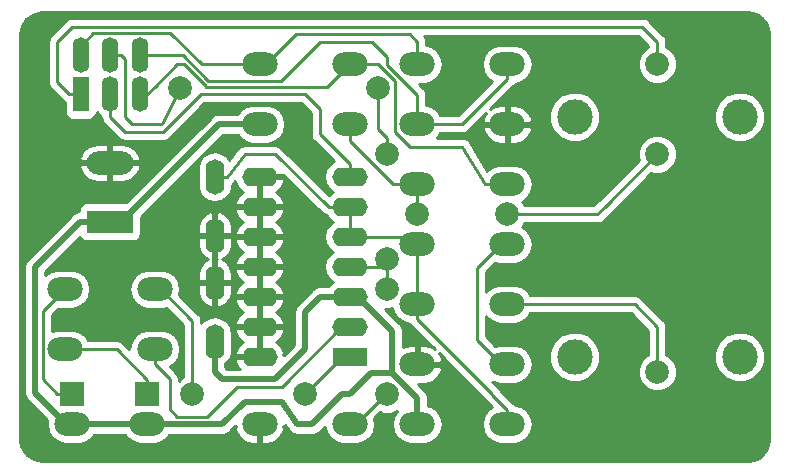
<source format=gbr>
G04 #@! TF.GenerationSoftware,KiCad,Pcbnew,(5.0.1)-4*
G04 #@! TF.CreationDate,2019-02-21T12:32:08-03:00*
G04 #@! TF.ProjectId,ponta-de-prova-logica-simplificada,706F6E74612D64652D70726F76612D6C,02*
G04 #@! TF.SameCoordinates,Original*
G04 #@! TF.FileFunction,Copper,L2,Bot,Signal*
G04 #@! TF.FilePolarity,Positive*
%FSLAX46Y46*%
G04 Gerber Fmt 4.6, Leading zero omitted, Abs format (unit mm)*
G04 Created by KiCad (PCBNEW (5.0.1)-4) date 21-02-2019 12:32:08*
%MOMM*%
%LPD*%
G01*
G04 APERTURE LIST*
G04 #@! TA.AperFunction,ComponentPad*
%ADD10O,3.000000X2.000000*%
G04 #@! TD*
G04 #@! TA.AperFunction,ComponentPad*
%ADD11O,3.000000X1.600000*%
G04 #@! TD*
G04 #@! TA.AperFunction,ComponentPad*
%ADD12R,3.000000X1.600000*%
G04 #@! TD*
G04 #@! TA.AperFunction,ComponentPad*
%ADD13O,1.600000X3.000000*%
G04 #@! TD*
G04 #@! TA.AperFunction,ComponentPad*
%ADD14C,3.000000*%
G04 #@! TD*
G04 #@! TA.AperFunction,ComponentPad*
%ADD15R,2.000000X2.000000*%
G04 #@! TD*
G04 #@! TA.AperFunction,ComponentPad*
%ADD16R,3.960000X1.980000*%
G04 #@! TD*
G04 #@! TA.AperFunction,ComponentPad*
%ADD17O,3.960000X1.980000*%
G04 #@! TD*
G04 #@! TA.AperFunction,ComponentPad*
%ADD18C,1.998980*%
G04 #@! TD*
G04 #@! TA.AperFunction,ComponentPad*
%ADD19O,1.400000X3.000000*%
G04 #@! TD*
G04 #@! TA.AperFunction,ComponentPad*
%ADD20R,1.400000X3.000000*%
G04 #@! TD*
G04 #@! TA.AperFunction,ViaPad*
%ADD21C,2.000000*%
G04 #@! TD*
G04 #@! TA.AperFunction,Conductor*
%ADD22C,0.250000*%
G04 #@! TD*
G04 #@! TA.AperFunction,Conductor*
%ADD23C,0.500000*%
G04 #@! TD*
G04 #@! TA.AperFunction,Conductor*
%ADD24C,0.254000*%
G04 #@! TD*
G04 APERTURE END LIST*
D10*
G04 #@! TO.P,R3,1*
G04 #@! TO.N,Net-(R2-Pad2)*
X158115000Y-86360000D03*
G04 #@! TO.P,R3,2*
G04 #@! TO.N,Net-(R3-Pad2)*
X150495000Y-86360000D03*
G04 #@! TD*
D11*
G04 #@! TO.P,U1,14*
G04 #@! TO.N,GND*
X150495000Y-111125000D03*
G04 #@! TO.P,U1,7*
G04 #@! TO.N,Net-(TTL1-Pad2)*
X158115000Y-95885000D03*
G04 #@! TO.P,U1,13*
G04 #@! TO.N,GND*
X150495000Y-108585000D03*
G04 #@! TO.P,U1,6*
G04 #@! TO.N,Net-(C1-Pad1)*
X158115000Y-98425000D03*
G04 #@! TO.P,U1,12*
G04 #@! TO.N,GND*
X150495000Y-106045000D03*
G04 #@! TO.P,U1,5*
G04 #@! TO.N,Net-(C1-Pad1)*
X158115000Y-100965000D03*
G04 #@! TO.P,U1,11*
G04 #@! TO.N,GND*
X150495000Y-103505000D03*
G04 #@! TO.P,U1,4*
G04 #@! TO.N,Net-(R10-Pad1)*
X158115000Y-103505000D03*
G04 #@! TO.P,U1,10*
G04 #@! TO.N,GND*
X150495000Y-100965000D03*
G04 #@! TO.P,U1,3*
G04 #@! TO.N,VCC*
X158115000Y-106045000D03*
G04 #@! TO.P,U1,9*
G04 #@! TO.N,GND*
X150495000Y-98425000D03*
G04 #@! TO.P,U1,2*
G04 #@! TO.N,Net-(R12-Pad2)*
X158115000Y-108585000D03*
G04 #@! TO.P,U1,8*
G04 #@! TO.N,GND*
X150495000Y-95885000D03*
D12*
G04 #@! TO.P,U1,1*
G04 #@! TO.N,Net-(R11-Pad2)*
X158115000Y-111125000D03*
G04 #@! TD*
D13*
G04 #@! TO.P,C2,2*
G04 #@! TO.N,GND*
X146685000Y-104855000D03*
G04 #@! TO.P,C2,1*
G04 #@! TO.N,VCC*
X146685000Y-109855000D03*
G04 #@! TD*
G04 #@! TO.P,C1,1*
G04 #@! TO.N,Net-(C1-Pad1)*
X146685000Y-95885000D03*
G04 #@! TO.P,C1,2*
G04 #@! TO.N,GND*
X146685000Y-100885000D03*
G04 #@! TD*
D14*
G04 #@! TO.P,PP1,1*
G04 #@! TO.N,N/C*
X177165000Y-111125000D03*
G04 #@! TO.P,PP1,2*
X191135000Y-111125000D03*
G04 #@! TO.P,PP1,3*
X177165000Y-90805000D03*
G04 #@! TO.P,PP1,4*
X191135000Y-90805000D03*
G04 #@! TD*
D10*
G04 #@! TO.P,R8,1*
G04 #@! TO.N,Net-(C1-Pad1)*
X163830000Y-101600000D03*
G04 #@! TO.P,R8,2*
G04 #@! TO.N,Net-(R8-Pad2)*
X171450000Y-101600000D03*
G04 #@! TD*
D15*
G04 #@! TO.P,D1,1*
G04 #@! TO.N,Net-(D1-Pad1)*
X134620000Y-114300000D03*
D10*
G04 #@! TO.P,D1,2*
G04 #@! TO.N,VCC*
X134620000Y-116840000D03*
G04 #@! TD*
G04 #@! TO.P,D2,2*
G04 #@! TO.N,VCC*
X140970000Y-116840000D03*
D15*
G04 #@! TO.P,D2,1*
G04 #@! TO.N,Net-(D2-Pad1)*
X140970000Y-114300000D03*
G04 #@! TD*
D16*
G04 #@! TO.P,J1,1*
G04 #@! TO.N,VCC*
X137795000Y-99695000D03*
D17*
G04 #@! TO.P,J1,2*
G04 #@! TO.N,GND*
X137795000Y-94695000D03*
G04 #@! TD*
D18*
G04 #@! TO.P,J2,1*
G04 #@! TO.N,Net-(J2-Pad1)*
X184150000Y-112395000D03*
G04 #@! TD*
D10*
G04 #@! TO.P,R1,2*
G04 #@! TO.N,Net-(R1-Pad2)*
X158115000Y-91440000D03*
G04 #@! TO.P,R1,1*
G04 #@! TO.N,VCC*
X150495000Y-91440000D03*
G04 #@! TD*
G04 #@! TO.P,R2,2*
G04 #@! TO.N,Net-(R2-Pad2)*
X171450000Y-96520000D03*
G04 #@! TO.P,R2,1*
G04 #@! TO.N,Net-(R1-Pad2)*
X163830000Y-96520000D03*
G04 #@! TD*
G04 #@! TO.P,R4,2*
G04 #@! TO.N,Net-(R4-Pad2)*
X171450000Y-86360000D03*
G04 #@! TO.P,R4,1*
G04 #@! TO.N,Net-(R3-Pad2)*
X163830000Y-86360000D03*
G04 #@! TD*
G04 #@! TO.P,R5,1*
G04 #@! TO.N,Net-(R4-Pad2)*
X163830000Y-91440000D03*
G04 #@! TO.P,R5,2*
G04 #@! TO.N,GND*
X171450000Y-91440000D03*
G04 #@! TD*
G04 #@! TO.P,R6,1*
G04 #@! TO.N,Net-(C1-Pad1)*
X163830000Y-106680000D03*
G04 #@! TO.P,R6,2*
G04 #@! TO.N,Net-(J2-Pad1)*
X171450000Y-106680000D03*
G04 #@! TD*
G04 #@! TO.P,R7,1*
G04 #@! TO.N,VCC*
X163830000Y-116840000D03*
G04 #@! TO.P,R7,2*
G04 #@! TO.N,Net-(C1-Pad1)*
X171450000Y-116840000D03*
G04 #@! TD*
G04 #@! TO.P,R9,2*
G04 #@! TO.N,GND*
X163830000Y-111760000D03*
G04 #@! TO.P,R9,1*
G04 #@! TO.N,Net-(R8-Pad2)*
X171450000Y-111760000D03*
G04 #@! TD*
G04 #@! TO.P,R10,1*
G04 #@! TO.N,Net-(R10-Pad1)*
X158115000Y-116840000D03*
G04 #@! TO.P,R10,2*
G04 #@! TO.N,GND*
X150495000Y-116840000D03*
G04 #@! TD*
G04 #@! TO.P,R11,2*
G04 #@! TO.N,Net-(R11-Pad2)*
X141605000Y-105410000D03*
G04 #@! TO.P,R11,1*
G04 #@! TO.N,Net-(D1-Pad1)*
X133985000Y-105410000D03*
G04 #@! TD*
G04 #@! TO.P,R12,2*
G04 #@! TO.N,Net-(R12-Pad2)*
X141605000Y-110490000D03*
G04 #@! TO.P,R12,1*
G04 #@! TO.N,Net-(D2-Pad1)*
X133985000Y-110490000D03*
G04 #@! TD*
D19*
G04 #@! TO.P,TTL1,1*
G04 #@! TO.N,Net-(R2-Pad2)*
X140335000Y-88900000D03*
G04 #@! TO.P,TTL1,2*
G04 #@! TO.N,Net-(TTL1-Pad2)*
X137835000Y-88900000D03*
D20*
G04 #@! TO.P,TTL1,3*
G04 #@! TO.N,Net-(R1-Pad2)*
X135335000Y-88900000D03*
D19*
G04 #@! TO.P,TTL1,4*
G04 #@! TO.N,Net-(R4-Pad2)*
X140335000Y-85600000D03*
G04 #@! TO.P,TTL1,5*
G04 #@! TO.N,Net-(R10-Pad1)*
X137835000Y-85600000D03*
G04 #@! TO.P,TTL1,6*
G04 #@! TO.N,Net-(R3-Pad2)*
X135335000Y-85600000D03*
G04 #@! TD*
D21*
G04 #@! TO.N,Net-(R1-Pad2)*
X171450000Y-99060000D03*
X163830000Y-99060000D03*
X184150000Y-86360000D03*
X184150000Y-93980000D03*
G04 #@! TO.N,Net-(R10-Pad1)*
X161290000Y-114300000D03*
X161290000Y-93980000D03*
X161290000Y-102870000D03*
X161290000Y-105410000D03*
X143764000Y-88392000D03*
X160528000Y-88392000D03*
G04 #@! TO.N,Net-(R11-Pad2)*
X144780000Y-114300000D03*
X154305000Y-114300000D03*
G04 #@! TD*
D22*
G04 #@! TO.N,Net-(C1-Pad1)*
X171450000Y-116840000D02*
X170950000Y-116840000D01*
X170180000Y-114280000D02*
X170180000Y-114320000D01*
X163830000Y-107930000D02*
X170180000Y-114280000D01*
X163830000Y-106680000D02*
X163830000Y-107930000D01*
X170180000Y-114320000D02*
X170160000Y-114300000D01*
X171450000Y-115590000D02*
X171450000Y-116840000D01*
X170180000Y-114320000D02*
X171450000Y-115590000D01*
X163830000Y-105430000D02*
X163830000Y-101600000D01*
X163830000Y-106680000D02*
X163830000Y-105430000D01*
X159865000Y-100965000D02*
X158115000Y-100965000D01*
X162695000Y-100965000D02*
X159865000Y-100965000D01*
X163330000Y-101600000D02*
X162695000Y-100965000D01*
X163830000Y-101600000D02*
X163330000Y-101600000D01*
X158115000Y-100965000D02*
X158115000Y-98425000D01*
X156365000Y-98425000D02*
X158115000Y-98425000D01*
X151765000Y-93980000D02*
X156365000Y-98425000D01*
X149225000Y-93980000D02*
X151765000Y-93980000D01*
X146685000Y-95885000D02*
X147735000Y-95885000D01*
X147735000Y-95885000D02*
X149225000Y-93980000D01*
G04 #@! TO.N,Net-(D1-Pad1)*
X132109990Y-113039990D02*
X132109990Y-107285010D01*
X133370000Y-114300000D02*
X132109990Y-113039990D01*
X134620000Y-114300000D02*
X133370000Y-114300000D01*
X132109990Y-107285010D02*
X133985000Y-105410000D01*
G04 #@! TO.N,Net-(D2-Pad1)*
X140970000Y-113050000D02*
X140970000Y-114300000D01*
X138410000Y-110490000D02*
X140970000Y-113050000D01*
X133985000Y-110490000D02*
X138410000Y-110490000D01*
G04 #@! TO.N,Net-(R1-Pad2)*
X163830000Y-99060000D02*
X163830000Y-97155000D01*
X163830000Y-97155000D02*
X163830000Y-96520000D01*
X178435000Y-99060000D02*
X171450000Y-99060000D01*
X179705000Y-98425000D02*
X179070000Y-99060000D01*
X179070000Y-99060000D02*
X178435000Y-99060000D01*
X134385000Y-88900000D02*
X133350000Y-87865000D01*
X134620000Y-83185000D02*
X177800000Y-83185000D01*
X135335000Y-88900000D02*
X134385000Y-88900000D01*
X133350000Y-84455000D02*
X134620000Y-83185000D01*
X133350000Y-87865000D02*
X133350000Y-84455000D01*
X177800000Y-83185000D02*
X182880000Y-83185000D01*
X182880000Y-83185000D02*
X184150000Y-84455000D01*
X184150000Y-84455000D02*
X184150000Y-86360000D01*
X184150000Y-93980000D02*
X179705000Y-98425000D01*
X161819999Y-96520000D02*
X163830000Y-96520000D01*
X158115000Y-91440000D02*
X158115000Y-92815001D01*
X158115000Y-92815001D02*
X161819999Y-96520000D01*
G04 #@! TO.N,Net-(R3-Pad2)*
X135335000Y-84800000D02*
X136410010Y-83724990D01*
X136410010Y-83724990D02*
X142934990Y-83724990D01*
X135335000Y-85600000D02*
X135335000Y-84800000D01*
X145570000Y-86360000D02*
X150495000Y-86360000D01*
X142934990Y-83724990D02*
X145570000Y-86360000D01*
X163830000Y-84455000D02*
X163830000Y-86360000D01*
X163195000Y-83820000D02*
X163830000Y-84455000D01*
X153535000Y-83820000D02*
X163195000Y-83820000D01*
X150995000Y-86360000D02*
X153535000Y-83820000D01*
X150495000Y-86360000D02*
X150995000Y-86360000D01*
G04 #@! TO.N,Net-(R4-Pad2)*
X167620000Y-91440000D02*
X171450000Y-87610000D01*
X171450000Y-87610000D02*
X171450000Y-86360000D01*
X163830000Y-91440000D02*
X167620000Y-91440000D01*
X163830000Y-91440000D02*
X163330000Y-91440000D01*
X163830000Y-88951878D02*
X163830000Y-90190000D01*
X161290000Y-86411878D02*
X163830000Y-88951878D01*
X161290000Y-85725000D02*
X161290000Y-86411878D01*
X144020000Y-85600000D02*
X146155010Y-87735010D01*
X163830000Y-90190000D02*
X163830000Y-91440000D01*
X140335000Y-85600000D02*
X144020000Y-85600000D01*
X146155010Y-87735010D02*
X152294990Y-87735010D01*
X152294990Y-87735010D02*
X155575000Y-84455000D01*
X155575000Y-84455000D02*
X160020000Y-84455000D01*
X160020000Y-84455000D02*
X161290000Y-85725000D01*
G04 #@! TO.N,Net-(R8-Pad2)*
X170950000Y-101600000D02*
X171450000Y-101600000D01*
X171450000Y-111760000D02*
X170950000Y-111760000D01*
X170950000Y-111760000D02*
X168910000Y-109720000D01*
X168910000Y-109720000D02*
X168910000Y-103640000D01*
X168910000Y-103640000D02*
X170950000Y-101600000D01*
G04 #@! TO.N,Net-(TTL1-Pad2)*
X137835000Y-88900000D02*
X137835000Y-90845000D01*
X137835000Y-90845000D02*
X139065000Y-92075000D01*
X142312120Y-92075000D02*
X145487120Y-88900000D01*
X139065000Y-92075000D02*
X142312120Y-92075000D01*
X158115000Y-94835000D02*
X155575000Y-92295000D01*
X158115000Y-95885000D02*
X158115000Y-94835000D01*
X155575000Y-92295000D02*
X155575000Y-90170000D01*
X155575000Y-90170000D02*
X154305000Y-88900000D01*
X154305000Y-88900000D02*
X152400000Y-88900000D01*
X152400000Y-88900000D02*
X151765000Y-88900000D01*
X145487120Y-88900000D02*
X151765000Y-88900000D01*
X151765000Y-88900000D02*
X152146000Y-88900000D01*
D23*
G04 #@! TO.N,VCC*
X135315000Y-99695000D02*
X131445000Y-103565000D01*
X138970000Y-116840000D02*
X140970000Y-116840000D01*
X131445000Y-114165000D02*
X134120000Y-116840000D01*
X134120000Y-116840000D02*
X138970000Y-116840000D01*
X131445000Y-103565000D02*
X131445000Y-114165000D01*
X135255000Y-99695000D02*
X137795000Y-99695000D01*
X140970000Y-116840000D02*
X141470000Y-116840000D01*
X163830000Y-114619998D02*
X161700002Y-112490000D01*
X163830000Y-116840000D02*
X163830000Y-114619998D01*
X161700002Y-112490000D02*
X161700002Y-108930002D01*
X161700002Y-108930002D02*
X158815000Y-106045000D01*
X158815000Y-106045000D02*
X158115000Y-106045000D01*
X155575000Y-106045000D02*
X158115000Y-106045000D01*
X146685000Y-112395000D02*
X147320000Y-113030000D01*
X146685000Y-109855000D02*
X146685000Y-112395000D01*
X147320000Y-113030000D02*
X151765000Y-113030000D01*
X151765000Y-113030000D02*
X154305000Y-110490000D01*
X154305000Y-110490000D02*
X154305000Y-107315000D01*
X154305000Y-107315000D02*
X155575000Y-106045000D01*
X159925000Y-112490000D02*
X161700002Y-112490000D01*
X158115000Y-114300000D02*
X159925000Y-112490000D01*
X157480000Y-114300000D02*
X158115000Y-114300000D01*
X147320000Y-116840000D02*
X149225000Y-114935000D01*
X140970000Y-116840000D02*
X147320000Y-116840000D01*
X149225000Y-114935000D02*
X152400000Y-114935000D01*
X152400000Y-114935000D02*
X153670000Y-116840000D01*
X153670000Y-116840000D02*
X154940000Y-116840000D01*
X154940000Y-116840000D02*
X157480000Y-114300000D01*
X148495000Y-91440000D02*
X150495000Y-91440000D01*
X147040000Y-91440000D02*
X148495000Y-91440000D01*
X138785000Y-99695000D02*
X147040000Y-91440000D01*
X137795000Y-99695000D02*
X138785000Y-99695000D01*
D22*
G04 #@! TO.N,Net-(J2-Pad1)*
X177800000Y-106680000D02*
X171450000Y-106680000D01*
X184150000Y-112395000D02*
X184150000Y-108585000D01*
X184150000Y-108585000D02*
X182245000Y-106680000D01*
X182245000Y-106680000D02*
X177800000Y-106680000D01*
G04 #@! TO.N,Net-(R2-Pad2)*
X140335000Y-88900000D02*
X140970000Y-88900000D01*
X140970000Y-88900000D02*
X141710001Y-88159999D01*
X145872879Y-88159999D02*
X145977880Y-88265000D01*
X145977880Y-88235020D02*
X145947900Y-88235020D01*
X145977880Y-88265000D02*
X145977880Y-88235020D01*
X145947900Y-88235020D02*
X144572888Y-86860008D01*
X144572888Y-86860008D02*
X144072880Y-86360000D01*
X144072880Y-86360000D02*
X143510000Y-86360000D01*
X143510000Y-86360000D02*
X141605000Y-88265000D01*
X159865000Y-86360000D02*
X158115000Y-86360000D01*
X160531002Y-86360000D02*
X159865000Y-86360000D01*
X171450000Y-96520000D02*
X169545000Y-96520000D01*
X169545000Y-96520000D02*
X167640000Y-93345000D01*
X167640000Y-93345000D02*
X163195000Y-93345000D01*
X163195000Y-93345000D02*
X161925000Y-92075000D01*
X161925000Y-92075000D02*
X161925000Y-87753998D01*
X161925000Y-87753998D02*
X160531002Y-86360000D01*
X156845000Y-87630000D02*
X158115000Y-86360000D01*
X145977880Y-88265000D02*
X156210000Y-88265000D01*
X156210000Y-88265000D02*
X156845000Y-87630000D01*
G04 #@! TO.N,Net-(R10-Pad1)*
X161290000Y-102870000D02*
X161290000Y-105410000D01*
X161290000Y-102870000D02*
X160655000Y-103505000D01*
X160655000Y-103505000D02*
X158115000Y-103505000D01*
X161155000Y-114300000D02*
X161290000Y-114300000D01*
X158615000Y-116840000D02*
X161155000Y-114300000D01*
X158115000Y-116840000D02*
X158615000Y-116840000D01*
X138785000Y-85600000D02*
X137835000Y-85600000D01*
X139065000Y-85880000D02*
X138785000Y-85600000D01*
X143764000Y-88392000D02*
X142240000Y-91440000D01*
X142240000Y-91440000D02*
X139700000Y-91440000D01*
X139700000Y-91440000D02*
X139065000Y-90805000D01*
X139065000Y-90805000D02*
X139065000Y-85880000D01*
X161290000Y-92565787D02*
X160528000Y-91803787D01*
X161290000Y-93980000D02*
X161290000Y-92565787D01*
X160528000Y-91803787D02*
X160528000Y-91694000D01*
X160528000Y-91694000D02*
X160528000Y-88392000D01*
G04 #@! TO.N,Net-(R11-Pad2)*
X142105000Y-105410000D02*
X141605000Y-105410000D01*
X144780000Y-108085000D02*
X142105000Y-105410000D01*
X144780000Y-108085000D02*
X144780000Y-114300000D01*
X157480000Y-111125000D02*
X158115000Y-111125000D01*
X154305000Y-114300000D02*
X157480000Y-111125000D01*
G04 #@! TO.N,Net-(R12-Pad2)*
X157415000Y-108585000D02*
X158115000Y-108585000D01*
X152400000Y-113665000D02*
X157415000Y-108585000D01*
X148590000Y-113665000D02*
X152400000Y-113665000D01*
X141605000Y-111740000D02*
X142875000Y-113010000D01*
X141605000Y-110490000D02*
X141605000Y-111740000D01*
X142875000Y-113010000D02*
X142875000Y-115570000D01*
X142875000Y-115570000D02*
X143510000Y-116205000D01*
X143510000Y-116205000D02*
X146050000Y-116205000D01*
X146050000Y-116205000D02*
X148590000Y-113665000D01*
G04 #@! TD*
D24*
G04 #@! TO.N,GND*
G36*
X192229967Y-82028552D02*
X192661029Y-82199222D01*
X193036108Y-82471732D01*
X193331633Y-82828960D01*
X193529032Y-83248454D01*
X193622019Y-83735913D01*
X193625001Y-83830792D01*
X193625000Y-118066907D01*
X193561448Y-118569967D01*
X193390777Y-119001031D01*
X193118267Y-119376109D01*
X192761040Y-119671633D01*
X192341546Y-119869032D01*
X191854087Y-119962019D01*
X191759240Y-119965000D01*
X132123093Y-119965000D01*
X131620033Y-119901448D01*
X131188969Y-119730777D01*
X130813891Y-119458267D01*
X130518367Y-119101040D01*
X130320968Y-118681546D01*
X130227981Y-118194087D01*
X130225000Y-118099240D01*
X130225000Y-103565000D01*
X130542663Y-103565000D01*
X130560000Y-103652161D01*
X130560001Y-114077835D01*
X130542663Y-114165000D01*
X130611348Y-114510309D01*
X130757576Y-114729154D01*
X130757578Y-114729156D01*
X130806952Y-114803049D01*
X130880845Y-114852423D01*
X132521897Y-116493476D01*
X132452969Y-116840000D01*
X132579864Y-117477945D01*
X132941231Y-118018769D01*
X133482055Y-118380136D01*
X133958969Y-118475000D01*
X135281031Y-118475000D01*
X135757945Y-118380136D01*
X136298769Y-118018769D01*
X136495059Y-117725000D01*
X139094941Y-117725000D01*
X139291231Y-118018769D01*
X139832055Y-118380136D01*
X140308969Y-118475000D01*
X141631031Y-118475000D01*
X142107945Y-118380136D01*
X142648769Y-118018769D01*
X142845059Y-117725000D01*
X147232839Y-117725000D01*
X147320000Y-117742337D01*
X147407161Y-117725000D01*
X147407165Y-117725000D01*
X147665310Y-117673652D01*
X147958049Y-117478049D01*
X148007425Y-117404153D01*
X148444576Y-116967002D01*
X148524222Y-116967002D01*
X148404876Y-117220434D01*
X148435856Y-117348355D01*
X148749078Y-117906317D01*
X149251980Y-118301942D01*
X149868000Y-118475000D01*
X150368000Y-118475000D01*
X150368000Y-116967000D01*
X150348000Y-116967000D01*
X150348000Y-116713000D01*
X150368000Y-116713000D01*
X150368000Y-116693000D01*
X150622000Y-116693000D01*
X150622000Y-116713000D01*
X150642000Y-116713000D01*
X150642000Y-116967000D01*
X150622000Y-116967000D01*
X150622000Y-118475000D01*
X151122000Y-118475000D01*
X151738020Y-118301942D01*
X152240922Y-117906317D01*
X152554144Y-117348355D01*
X152585124Y-117220434D01*
X152465778Y-116967002D01*
X152630000Y-116967002D01*
X152630000Y-116875458D01*
X152836254Y-117184839D01*
X152836348Y-117185310D01*
X152933514Y-117330729D01*
X152981985Y-117403435D01*
X152982319Y-117403769D01*
X153031951Y-117478049D01*
X153105454Y-117527163D01*
X153167903Y-117589742D01*
X153250405Y-117624016D01*
X153324690Y-117673652D01*
X153411402Y-117690900D01*
X153493037Y-117724814D01*
X153582371Y-117724908D01*
X153582835Y-117725000D01*
X153670505Y-117725000D01*
X153845111Y-117725183D01*
X153845554Y-117725000D01*
X154852839Y-117725000D01*
X154940000Y-117742337D01*
X155027161Y-117725000D01*
X155027165Y-117725000D01*
X155285310Y-117673652D01*
X155578049Y-117478049D01*
X155627425Y-117404153D01*
X155988386Y-117043192D01*
X156074864Y-117477945D01*
X156436231Y-118018769D01*
X156977055Y-118380136D01*
X157453969Y-118475000D01*
X158776031Y-118475000D01*
X159252945Y-118380136D01*
X159793769Y-118018769D01*
X160155136Y-117477945D01*
X160282031Y-116840000D01*
X160183774Y-116346028D01*
X160703166Y-115826637D01*
X160964778Y-115935000D01*
X161615222Y-115935000D01*
X162103423Y-115732780D01*
X161789864Y-116202055D01*
X161662969Y-116840000D01*
X161789864Y-117477945D01*
X162151231Y-118018769D01*
X162692055Y-118380136D01*
X163168969Y-118475000D01*
X164491031Y-118475000D01*
X164967945Y-118380136D01*
X165508769Y-118018769D01*
X165870136Y-117477945D01*
X165997031Y-116840000D01*
X165870136Y-116202055D01*
X165508769Y-115661231D01*
X164967945Y-115299864D01*
X164715000Y-115249550D01*
X164715000Y-114707157D01*
X164732337Y-114619997D01*
X164715000Y-114532838D01*
X164715000Y-114532833D01*
X164663652Y-114274688D01*
X164468049Y-113981949D01*
X164394156Y-113932575D01*
X163856581Y-113395000D01*
X164457000Y-113395000D01*
X165073020Y-113221942D01*
X165575922Y-112826317D01*
X165889144Y-112268355D01*
X165920124Y-112140434D01*
X165800777Y-111887000D01*
X163957000Y-111887000D01*
X163957000Y-111907000D01*
X163703000Y-111907000D01*
X163703000Y-111887000D01*
X163683000Y-111887000D01*
X163683000Y-111633000D01*
X163703000Y-111633000D01*
X163703000Y-110125000D01*
X163203000Y-110125000D01*
X162586980Y-110298058D01*
X162585002Y-110299614D01*
X162585002Y-109017163D01*
X162602339Y-108930002D01*
X162585002Y-108842841D01*
X162585002Y-108842837D01*
X162533654Y-108584692D01*
X162419916Y-108414472D01*
X162387426Y-108365847D01*
X162387425Y-108365846D01*
X162338051Y-108291953D01*
X162264158Y-108242579D01*
X161066579Y-107045000D01*
X161615222Y-107045000D01*
X161726411Y-106998944D01*
X161789864Y-107317945D01*
X162151231Y-107858769D01*
X162692055Y-108220136D01*
X163168969Y-108315000D01*
X163173206Y-108315000D01*
X163282072Y-108477929D01*
X163345528Y-108520329D01*
X165308524Y-110483325D01*
X165073020Y-110298058D01*
X164457000Y-110125000D01*
X163957000Y-110125000D01*
X163957000Y-111633000D01*
X165800777Y-111633000D01*
X165920124Y-111379566D01*
X165889144Y-111251645D01*
X165648923Y-110823725D01*
X169489126Y-114663928D01*
X169569671Y-114784472D01*
X169589669Y-114804470D01*
X169632071Y-114867929D01*
X169695529Y-114910330D01*
X170175983Y-115390784D01*
X169771231Y-115661231D01*
X169409864Y-116202055D01*
X169282969Y-116840000D01*
X169409864Y-117477945D01*
X169771231Y-118018769D01*
X170312055Y-118380136D01*
X170788969Y-118475000D01*
X172111031Y-118475000D01*
X172587945Y-118380136D01*
X173128769Y-118018769D01*
X173490136Y-117477945D01*
X173617031Y-116840000D01*
X173490136Y-116202055D01*
X173128769Y-115661231D01*
X172587945Y-115299864D01*
X172111031Y-115205000D01*
X172106795Y-115205000D01*
X171997929Y-115042071D01*
X171934473Y-114999671D01*
X170850878Y-113916077D01*
X170727929Y-113732071D01*
X170664473Y-113689671D01*
X170200196Y-113225394D01*
X170312055Y-113300136D01*
X170788969Y-113395000D01*
X172111031Y-113395000D01*
X172587945Y-113300136D01*
X173128769Y-112938769D01*
X173490136Y-112397945D01*
X173617031Y-111760000D01*
X173490136Y-111122055D01*
X173208344Y-110700322D01*
X175030000Y-110700322D01*
X175030000Y-111549678D01*
X175355034Y-112334380D01*
X175955620Y-112934966D01*
X176740322Y-113260000D01*
X177589678Y-113260000D01*
X178374380Y-112934966D01*
X178974966Y-112334380D01*
X179300000Y-111549678D01*
X179300000Y-110700322D01*
X178974966Y-109915620D01*
X178374380Y-109315034D01*
X177589678Y-108990000D01*
X176740322Y-108990000D01*
X175955620Y-109315034D01*
X175355034Y-109915620D01*
X175030000Y-110700322D01*
X173208344Y-110700322D01*
X173128769Y-110581231D01*
X172587945Y-110219864D01*
X172111031Y-110125000D01*
X170788969Y-110125000D01*
X170456028Y-110191226D01*
X169670000Y-109405199D01*
X169670000Y-107707266D01*
X169771231Y-107858769D01*
X170312055Y-108220136D01*
X170788969Y-108315000D01*
X172111031Y-108315000D01*
X172587945Y-108220136D01*
X173128769Y-107858769D01*
X173408581Y-107440000D01*
X181930199Y-107440000D01*
X183390001Y-108899803D01*
X183390000Y-110940643D01*
X183224136Y-111009346D01*
X182764346Y-111469136D01*
X182515510Y-112069880D01*
X182515510Y-112720120D01*
X182764346Y-113320864D01*
X183224136Y-113780654D01*
X183824880Y-114029490D01*
X184475120Y-114029490D01*
X185075864Y-113780654D01*
X185535654Y-113320864D01*
X185784490Y-112720120D01*
X185784490Y-112069880D01*
X185535654Y-111469136D01*
X185075864Y-111009346D01*
X184910000Y-110940643D01*
X184910000Y-110700322D01*
X189000000Y-110700322D01*
X189000000Y-111549678D01*
X189325034Y-112334380D01*
X189925620Y-112934966D01*
X190710322Y-113260000D01*
X191559678Y-113260000D01*
X192344380Y-112934966D01*
X192944966Y-112334380D01*
X193270000Y-111549678D01*
X193270000Y-110700322D01*
X192944966Y-109915620D01*
X192344380Y-109315034D01*
X191559678Y-108990000D01*
X190710322Y-108990000D01*
X189925620Y-109315034D01*
X189325034Y-109915620D01*
X189000000Y-110700322D01*
X184910000Y-110700322D01*
X184910000Y-108659848D01*
X184924888Y-108585000D01*
X184910000Y-108510152D01*
X184910000Y-108510148D01*
X184865904Y-108288463D01*
X184865904Y-108288462D01*
X184740329Y-108100527D01*
X184697929Y-108037071D01*
X184634473Y-107994671D01*
X182835331Y-106195530D01*
X182792929Y-106132071D01*
X182541537Y-105964096D01*
X182319852Y-105920000D01*
X182319847Y-105920000D01*
X182245000Y-105905112D01*
X182170153Y-105920000D01*
X173408581Y-105920000D01*
X173128769Y-105501231D01*
X172587945Y-105139864D01*
X172111031Y-105045000D01*
X170788969Y-105045000D01*
X170312055Y-105139864D01*
X169771231Y-105501231D01*
X169670000Y-105652734D01*
X169670000Y-103954801D01*
X170456028Y-103168774D01*
X170788969Y-103235000D01*
X172111031Y-103235000D01*
X172587945Y-103140136D01*
X173128769Y-102778769D01*
X173490136Y-102237945D01*
X173617031Y-101600000D01*
X173490136Y-100962055D01*
X173128769Y-100421231D01*
X172692508Y-100129731D01*
X172836086Y-99986153D01*
X172904909Y-99820000D01*
X178995153Y-99820000D01*
X179070000Y-99834888D01*
X179144847Y-99820000D01*
X179144852Y-99820000D01*
X179366537Y-99775904D01*
X179617929Y-99607929D01*
X179660331Y-99544470D01*
X180295329Y-98909473D01*
X180295331Y-98909470D01*
X183658625Y-95546177D01*
X183824778Y-95615000D01*
X184475222Y-95615000D01*
X185076153Y-95366086D01*
X185536086Y-94906153D01*
X185785000Y-94305222D01*
X185785000Y-93654778D01*
X185536086Y-93053847D01*
X185076153Y-92593914D01*
X184475222Y-92345000D01*
X183824778Y-92345000D01*
X183223847Y-92593914D01*
X182763914Y-93053847D01*
X182515000Y-93654778D01*
X182515000Y-94305222D01*
X182583823Y-94471375D01*
X179220530Y-97834669D01*
X179220527Y-97834671D01*
X178755199Y-98300000D01*
X172904909Y-98300000D01*
X172836086Y-98133847D01*
X172692508Y-97990269D01*
X173128769Y-97698769D01*
X173490136Y-97157945D01*
X173617031Y-96520000D01*
X173490136Y-95882055D01*
X173128769Y-95341231D01*
X172587945Y-94979864D01*
X172111031Y-94885000D01*
X170788969Y-94885000D01*
X170312055Y-94979864D01*
X169771231Y-95341231D01*
X169746369Y-95378440D01*
X168359635Y-93067218D01*
X168355904Y-93048463D01*
X168282181Y-92938128D01*
X168253183Y-92889799D01*
X168240676Y-92876012D01*
X168187929Y-92797071D01*
X168140023Y-92765061D01*
X168101315Y-92722393D01*
X168015480Y-92681844D01*
X167936537Y-92629096D01*
X167880028Y-92617856D01*
X167827938Y-92593248D01*
X167733118Y-92588633D01*
X167714852Y-92585000D01*
X167658461Y-92585000D01*
X167525949Y-92578551D01*
X167507951Y-92585000D01*
X165531333Y-92585000D01*
X165788581Y-92200000D01*
X167545153Y-92200000D01*
X167620000Y-92214888D01*
X167694847Y-92200000D01*
X167694852Y-92200000D01*
X167916537Y-92155904D01*
X168167929Y-91987929D01*
X168210331Y-91924470D01*
X168314367Y-91820434D01*
X169359876Y-91820434D01*
X169390856Y-91948355D01*
X169704078Y-92506317D01*
X170206980Y-92901942D01*
X170823000Y-93075000D01*
X171323000Y-93075000D01*
X171323000Y-91567000D01*
X171577000Y-91567000D01*
X171577000Y-93075000D01*
X172077000Y-93075000D01*
X172693020Y-92901942D01*
X173195922Y-92506317D01*
X173509144Y-91948355D01*
X173540124Y-91820434D01*
X173420777Y-91567000D01*
X171577000Y-91567000D01*
X171323000Y-91567000D01*
X169479223Y-91567000D01*
X169359876Y-91820434D01*
X168314367Y-91820434D01*
X169631077Y-90503725D01*
X169390856Y-90931645D01*
X169359876Y-91059566D01*
X169479223Y-91313000D01*
X171323000Y-91313000D01*
X171323000Y-89805000D01*
X171577000Y-89805000D01*
X171577000Y-91313000D01*
X173420777Y-91313000D01*
X173540124Y-91059566D01*
X173509144Y-90931645D01*
X173199649Y-90380322D01*
X175030000Y-90380322D01*
X175030000Y-91229678D01*
X175355034Y-92014380D01*
X175955620Y-92614966D01*
X176740322Y-92940000D01*
X177589678Y-92940000D01*
X178374380Y-92614966D01*
X178974966Y-92014380D01*
X179300000Y-91229678D01*
X179300000Y-90380322D01*
X189000000Y-90380322D01*
X189000000Y-91229678D01*
X189325034Y-92014380D01*
X189925620Y-92614966D01*
X190710322Y-92940000D01*
X191559678Y-92940000D01*
X192344380Y-92614966D01*
X192944966Y-92014380D01*
X193270000Y-91229678D01*
X193270000Y-90380322D01*
X192944966Y-89595620D01*
X192344380Y-88995034D01*
X191559678Y-88670000D01*
X190710322Y-88670000D01*
X189925620Y-88995034D01*
X189325034Y-89595620D01*
X189000000Y-90380322D01*
X179300000Y-90380322D01*
X178974966Y-89595620D01*
X178374380Y-88995034D01*
X177589678Y-88670000D01*
X176740322Y-88670000D01*
X175955620Y-88995034D01*
X175355034Y-89595620D01*
X175030000Y-90380322D01*
X173199649Y-90380322D01*
X173195922Y-90373683D01*
X172693020Y-89978058D01*
X172077000Y-89805000D01*
X171577000Y-89805000D01*
X171323000Y-89805000D01*
X170823000Y-89805000D01*
X170206980Y-89978058D01*
X169971477Y-90163324D01*
X171934473Y-88200329D01*
X171997929Y-88157929D01*
X172106795Y-87995000D01*
X172111031Y-87995000D01*
X172587945Y-87900136D01*
X173128769Y-87538769D01*
X173490136Y-86997945D01*
X173617031Y-86360000D01*
X173490136Y-85722055D01*
X173128769Y-85181231D01*
X172587945Y-84819864D01*
X172111031Y-84725000D01*
X170788969Y-84725000D01*
X170312055Y-84819864D01*
X169771231Y-85181231D01*
X169409864Y-85722055D01*
X169282969Y-86360000D01*
X169409864Y-86997945D01*
X169771231Y-87538769D01*
X170175983Y-87809215D01*
X167305199Y-90680000D01*
X165788581Y-90680000D01*
X165508769Y-90261231D01*
X164967945Y-89899864D01*
X164590000Y-89824686D01*
X164590000Y-89026724D01*
X164604888Y-88951877D01*
X164590000Y-88877030D01*
X164590000Y-88877026D01*
X164545904Y-88655341D01*
X164483226Y-88561537D01*
X164420329Y-88467404D01*
X164420327Y-88467402D01*
X164377929Y-88403949D01*
X164314476Y-88361551D01*
X163947925Y-87995000D01*
X164491031Y-87995000D01*
X164967945Y-87900136D01*
X165508769Y-87538769D01*
X165870136Y-86997945D01*
X165997031Y-86360000D01*
X165870136Y-85722055D01*
X165508769Y-85181231D01*
X164967945Y-84819864D01*
X164590000Y-84744686D01*
X164590000Y-84529848D01*
X164604888Y-84455000D01*
X164590000Y-84380152D01*
X164590000Y-84380148D01*
X164545904Y-84158463D01*
X164403272Y-83945000D01*
X182565199Y-83945000D01*
X183390000Y-84769802D01*
X183390000Y-84905091D01*
X183223847Y-84973914D01*
X182763914Y-85433847D01*
X182515000Y-86034778D01*
X182515000Y-86685222D01*
X182763914Y-87286153D01*
X183223847Y-87746086D01*
X183824778Y-87995000D01*
X184475222Y-87995000D01*
X185076153Y-87746086D01*
X185536086Y-87286153D01*
X185785000Y-86685222D01*
X185785000Y-86034778D01*
X185536086Y-85433847D01*
X185076153Y-84973914D01*
X184910000Y-84905091D01*
X184910000Y-84529846D01*
X184924888Y-84454999D01*
X184910000Y-84380152D01*
X184910000Y-84380148D01*
X184865904Y-84158463D01*
X184697929Y-83907071D01*
X184634473Y-83864671D01*
X183470331Y-82700530D01*
X183427929Y-82637071D01*
X183176537Y-82469096D01*
X182954852Y-82425000D01*
X182954847Y-82425000D01*
X182880000Y-82410112D01*
X182805153Y-82425000D01*
X134694846Y-82425000D01*
X134619999Y-82410112D01*
X134545152Y-82425000D01*
X134545148Y-82425000D01*
X134323463Y-82469096D01*
X134072071Y-82637071D01*
X134029671Y-82700527D01*
X132865528Y-83864671D01*
X132802072Y-83907071D01*
X132759672Y-83970527D01*
X132759671Y-83970528D01*
X132634097Y-84158463D01*
X132575112Y-84455000D01*
X132590001Y-84529852D01*
X132590000Y-87790153D01*
X132575112Y-87865000D01*
X132590000Y-87939847D01*
X132590000Y-87939851D01*
X132634096Y-88161536D01*
X132802071Y-88412929D01*
X132865530Y-88455331D01*
X133794670Y-89384472D01*
X133837071Y-89447929D01*
X133987560Y-89548483D01*
X133987560Y-90400000D01*
X134036843Y-90647765D01*
X134177191Y-90857809D01*
X134387235Y-90998157D01*
X134635000Y-91047440D01*
X136035000Y-91047440D01*
X136282765Y-90998157D01*
X136492809Y-90857809D01*
X136633157Y-90647765D01*
X136682440Y-90400000D01*
X136682440Y-90378007D01*
X136872519Y-90662480D01*
X137070150Y-90794534D01*
X137060112Y-90845000D01*
X137119097Y-91141537D01*
X137225054Y-91300112D01*
X137287072Y-91392929D01*
X137350528Y-91435329D01*
X138474670Y-92559472D01*
X138517071Y-92622929D01*
X138580527Y-92665329D01*
X138768462Y-92790904D01*
X138816605Y-92800480D01*
X138990148Y-92835000D01*
X138990152Y-92835000D01*
X139065000Y-92849888D01*
X139139848Y-92835000D01*
X142237273Y-92835000D01*
X142312120Y-92849888D01*
X142386967Y-92835000D01*
X142386972Y-92835000D01*
X142608657Y-92790904D01*
X142860049Y-92622929D01*
X142902451Y-92559470D01*
X145801922Y-89660000D01*
X153990199Y-89660000D01*
X154815001Y-90484803D01*
X154815000Y-92220153D01*
X154800112Y-92295000D01*
X154815000Y-92369847D01*
X154815000Y-92369851D01*
X154859096Y-92591536D01*
X155027071Y-92842929D01*
X155090530Y-92885331D01*
X156785174Y-94579977D01*
X156380423Y-94850423D01*
X156063260Y-95325091D01*
X155951887Y-95885000D01*
X156063260Y-96444909D01*
X156380423Y-96919577D01*
X156732758Y-97155000D01*
X156384931Y-97387411D01*
X152351676Y-93490060D01*
X152312929Y-93432071D01*
X152244006Y-93386018D01*
X152239286Y-93381457D01*
X152181861Y-93344494D01*
X152061537Y-93264096D01*
X152054907Y-93262777D01*
X152049227Y-93259121D01*
X151906936Y-93233344D01*
X151839852Y-93220000D01*
X151833277Y-93220000D01*
X151751724Y-93205226D01*
X151683574Y-93220000D01*
X149253388Y-93220000D01*
X149130978Y-93210837D01*
X149031347Y-93243631D01*
X148928463Y-93264096D01*
X148888938Y-93290506D01*
X148843788Y-93305367D01*
X148764287Y-93373795D01*
X148677071Y-93432071D01*
X148608868Y-93534144D01*
X147907208Y-94431233D01*
X147719577Y-94150423D01*
X147244909Y-93833260D01*
X146685000Y-93721887D01*
X146125092Y-93833260D01*
X145650424Y-94150423D01*
X145333261Y-94625091D01*
X145250000Y-95043667D01*
X145250000Y-96726332D01*
X145333260Y-97144908D01*
X145650423Y-97619576D01*
X146125091Y-97936740D01*
X146685000Y-98048113D01*
X147244908Y-97936740D01*
X147719576Y-97619577D01*
X148036740Y-97144909D01*
X148120000Y-96726333D01*
X148120000Y-96556372D01*
X148195711Y-96491206D01*
X148282929Y-96432929D01*
X148351133Y-96330854D01*
X148408160Y-96257944D01*
X148420633Y-96316819D01*
X148690500Y-96809896D01*
X149119607Y-97155000D01*
X148690500Y-97500104D01*
X148420633Y-97993181D01*
X148403096Y-98075961D01*
X148525085Y-98298000D01*
X150368000Y-98298000D01*
X150368000Y-96012000D01*
X150622000Y-96012000D01*
X150622000Y-98298000D01*
X152464915Y-98298000D01*
X152586904Y-98075961D01*
X152569367Y-97993181D01*
X152299500Y-97500104D01*
X151870393Y-97155000D01*
X152299500Y-96809896D01*
X152569367Y-96316819D01*
X152586904Y-96234039D01*
X152464915Y-96012000D01*
X150622000Y-96012000D01*
X150368000Y-96012000D01*
X150348000Y-96012000D01*
X150348000Y-95758000D01*
X150368000Y-95758000D01*
X150368000Y-95738000D01*
X150622000Y-95738000D01*
X150622000Y-95758000D01*
X152464915Y-95758000D01*
X152481000Y-95728722D01*
X155778326Y-98914943D01*
X155817071Y-98972929D01*
X155885990Y-99018980D01*
X155890713Y-99023543D01*
X155948166Y-99060524D01*
X156068463Y-99140904D01*
X156075091Y-99142222D01*
X156080772Y-99145879D01*
X156183217Y-99164438D01*
X156380423Y-99459577D01*
X156732758Y-99695000D01*
X156380423Y-99930423D01*
X156063260Y-100405091D01*
X155951887Y-100965000D01*
X156063260Y-101524909D01*
X156380423Y-101999577D01*
X156732758Y-102235000D01*
X156380423Y-102470423D01*
X156063260Y-102945091D01*
X155951887Y-103505000D01*
X156063260Y-104064909D01*
X156380423Y-104539577D01*
X156732758Y-104775000D01*
X156380423Y-105010423D01*
X156280479Y-105160000D01*
X155662159Y-105160000D01*
X155574999Y-105142663D01*
X155487839Y-105160000D01*
X155487835Y-105160000D01*
X155229690Y-105211348D01*
X155229688Y-105211349D01*
X155229689Y-105211349D01*
X155010845Y-105357576D01*
X155010844Y-105357577D01*
X154936951Y-105406951D01*
X154887577Y-105480844D01*
X153740845Y-106627577D01*
X153666952Y-106676951D01*
X153617578Y-106750844D01*
X153617576Y-106750846D01*
X153471348Y-106969691D01*
X153402663Y-107315000D01*
X153420001Y-107402165D01*
X153420000Y-110123421D01*
X152545424Y-110997998D01*
X152464916Y-110997998D01*
X152586904Y-110775961D01*
X152569367Y-110693181D01*
X152299500Y-110200104D01*
X151870393Y-109855000D01*
X152299500Y-109509896D01*
X152569367Y-109016819D01*
X152586904Y-108934039D01*
X152464915Y-108712000D01*
X150622000Y-108712000D01*
X150622000Y-110998000D01*
X150642000Y-110998000D01*
X150642000Y-111252000D01*
X150622000Y-111252000D01*
X150622000Y-111272000D01*
X150368000Y-111272000D01*
X150368000Y-111252000D01*
X148525085Y-111252000D01*
X148403096Y-111474039D01*
X148420633Y-111556819D01*
X148690500Y-112049896D01*
X148808754Y-112145000D01*
X147686579Y-112145000D01*
X147570000Y-112028422D01*
X147570000Y-111689521D01*
X147719577Y-111589577D01*
X148036740Y-111114909D01*
X148120000Y-110696333D01*
X148120000Y-109013667D01*
X148104161Y-108934039D01*
X148403096Y-108934039D01*
X148420633Y-109016819D01*
X148690500Y-109509896D01*
X149119607Y-109855000D01*
X148690500Y-110200104D01*
X148420633Y-110693181D01*
X148403096Y-110775961D01*
X148525085Y-110998000D01*
X150368000Y-110998000D01*
X150368000Y-108712000D01*
X148525085Y-108712000D01*
X148403096Y-108934039D01*
X148104161Y-108934039D01*
X148036740Y-108595091D01*
X147719576Y-108120423D01*
X147244908Y-107803260D01*
X146685000Y-107691887D01*
X146125091Y-107803260D01*
X145650423Y-108120424D01*
X145540000Y-108285684D01*
X145540000Y-108159846D01*
X145554888Y-108084999D01*
X145540000Y-108010152D01*
X145540000Y-108010148D01*
X145495904Y-107788463D01*
X145327929Y-107537071D01*
X145264473Y-107494671D01*
X143673774Y-105903972D01*
X143772031Y-105410000D01*
X143686897Y-104982000D01*
X145250000Y-104982000D01*
X145250000Y-105682000D01*
X145407834Y-106221483D01*
X145760104Y-106659500D01*
X146253181Y-106929367D01*
X146335961Y-106946904D01*
X146558000Y-106824915D01*
X146558000Y-104982000D01*
X146812000Y-104982000D01*
X146812000Y-106824915D01*
X147034039Y-106946904D01*
X147116819Y-106929367D01*
X147609896Y-106659500D01*
X147823389Y-106394039D01*
X148403096Y-106394039D01*
X148420633Y-106476819D01*
X148690500Y-106969896D01*
X149119607Y-107315000D01*
X148690500Y-107660104D01*
X148420633Y-108153181D01*
X148403096Y-108235961D01*
X148525085Y-108458000D01*
X150368000Y-108458000D01*
X150368000Y-106172000D01*
X150622000Y-106172000D01*
X150622000Y-108458000D01*
X152464915Y-108458000D01*
X152586904Y-108235961D01*
X152569367Y-108153181D01*
X152299500Y-107660104D01*
X151870393Y-107315000D01*
X152299500Y-106969896D01*
X152569367Y-106476819D01*
X152586904Y-106394039D01*
X152464915Y-106172000D01*
X150622000Y-106172000D01*
X150368000Y-106172000D01*
X148525085Y-106172000D01*
X148403096Y-106394039D01*
X147823389Y-106394039D01*
X147962166Y-106221483D01*
X148120000Y-105682000D01*
X148120000Y-104982000D01*
X146812000Y-104982000D01*
X146558000Y-104982000D01*
X145250000Y-104982000D01*
X143686897Y-104982000D01*
X143645136Y-104772055D01*
X143283769Y-104231231D01*
X142742945Y-103869864D01*
X142266031Y-103775000D01*
X140943969Y-103775000D01*
X140467055Y-103869864D01*
X139926231Y-104231231D01*
X139564864Y-104772055D01*
X139437969Y-105410000D01*
X139564864Y-106047945D01*
X139926231Y-106588769D01*
X140467055Y-106950136D01*
X140943969Y-107045000D01*
X142266031Y-107045000D01*
X142598972Y-106978774D01*
X144020000Y-108399802D01*
X144020001Y-112845091D01*
X143853847Y-112913914D01*
X143635000Y-113132761D01*
X143635000Y-113084846D01*
X143649888Y-113009999D01*
X143635000Y-112935152D01*
X143635000Y-112935148D01*
X143590904Y-112713463D01*
X143422929Y-112462071D01*
X143359473Y-112419671D01*
X142879017Y-111939216D01*
X143283769Y-111668769D01*
X143645136Y-111127945D01*
X143772031Y-110490000D01*
X143645136Y-109852055D01*
X143283769Y-109311231D01*
X142742945Y-108949864D01*
X142266031Y-108855000D01*
X140943969Y-108855000D01*
X140467055Y-108949864D01*
X139926231Y-109311231D01*
X139564864Y-109852055D01*
X139445739Y-110450938D01*
X139000331Y-110005530D01*
X138957929Y-109942071D01*
X138706537Y-109774096D01*
X138484852Y-109730000D01*
X138484847Y-109730000D01*
X138410000Y-109715112D01*
X138335153Y-109730000D01*
X135943581Y-109730000D01*
X135663769Y-109311231D01*
X135122945Y-108949864D01*
X134646031Y-108855000D01*
X133323969Y-108855000D01*
X132869990Y-108945302D01*
X132869990Y-107599811D01*
X133424801Y-107045000D01*
X134646031Y-107045000D01*
X135122945Y-106950136D01*
X135663769Y-106588769D01*
X136025136Y-106047945D01*
X136152031Y-105410000D01*
X136025136Y-104772055D01*
X135663769Y-104231231D01*
X135122945Y-103869864D01*
X134646031Y-103775000D01*
X133323969Y-103775000D01*
X132847055Y-103869864D01*
X132330000Y-104215349D01*
X132330000Y-103931578D01*
X135261692Y-100999886D01*
X135357191Y-101142809D01*
X135567235Y-101283157D01*
X135815000Y-101332440D01*
X139775000Y-101332440D01*
X140022765Y-101283157D01*
X140232809Y-101142809D01*
X140320213Y-101012000D01*
X145250000Y-101012000D01*
X145250000Y-101712000D01*
X145407834Y-102251483D01*
X145760104Y-102689500D01*
X146089898Y-102870000D01*
X145760104Y-103050500D01*
X145407834Y-103488517D01*
X145250000Y-104028000D01*
X145250000Y-104728000D01*
X146558000Y-104728000D01*
X146558000Y-102885085D01*
X146530543Y-102870000D01*
X146558000Y-102854915D01*
X146558000Y-101012000D01*
X146812000Y-101012000D01*
X146812000Y-102854915D01*
X146839457Y-102870000D01*
X146812000Y-102885085D01*
X146812000Y-104728000D01*
X148120000Y-104728000D01*
X148120000Y-104028000D01*
X148069106Y-103854039D01*
X148403096Y-103854039D01*
X148420633Y-103936819D01*
X148690500Y-104429896D01*
X149119607Y-104775000D01*
X148690500Y-105120104D01*
X148420633Y-105613181D01*
X148403096Y-105695961D01*
X148525085Y-105918000D01*
X150368000Y-105918000D01*
X150368000Y-103632000D01*
X150622000Y-103632000D01*
X150622000Y-105918000D01*
X152464915Y-105918000D01*
X152586904Y-105695961D01*
X152569367Y-105613181D01*
X152299500Y-105120104D01*
X151870393Y-104775000D01*
X152299500Y-104429896D01*
X152569367Y-103936819D01*
X152586904Y-103854039D01*
X152464915Y-103632000D01*
X150622000Y-103632000D01*
X150368000Y-103632000D01*
X148525085Y-103632000D01*
X148403096Y-103854039D01*
X148069106Y-103854039D01*
X147962166Y-103488517D01*
X147609896Y-103050500D01*
X147280102Y-102870000D01*
X147609896Y-102689500D01*
X147962166Y-102251483D01*
X148120000Y-101712000D01*
X148120000Y-101314039D01*
X148403096Y-101314039D01*
X148420633Y-101396819D01*
X148690500Y-101889896D01*
X149119607Y-102235000D01*
X148690500Y-102580104D01*
X148420633Y-103073181D01*
X148403096Y-103155961D01*
X148525085Y-103378000D01*
X150368000Y-103378000D01*
X150368000Y-101092000D01*
X150622000Y-101092000D01*
X150622000Y-103378000D01*
X152464915Y-103378000D01*
X152586904Y-103155961D01*
X152569367Y-103073181D01*
X152299500Y-102580104D01*
X151870393Y-102235000D01*
X152299500Y-101889896D01*
X152569367Y-101396819D01*
X152586904Y-101314039D01*
X152464915Y-101092000D01*
X150622000Y-101092000D01*
X150368000Y-101092000D01*
X148525085Y-101092000D01*
X148403096Y-101314039D01*
X148120000Y-101314039D01*
X148120000Y-101012000D01*
X146812000Y-101012000D01*
X146558000Y-101012000D01*
X145250000Y-101012000D01*
X140320213Y-101012000D01*
X140373157Y-100932765D01*
X140422440Y-100685000D01*
X140422440Y-100058000D01*
X145250000Y-100058000D01*
X145250000Y-100758000D01*
X146558000Y-100758000D01*
X146558000Y-98915085D01*
X146812000Y-98915085D01*
X146812000Y-100758000D01*
X148120000Y-100758000D01*
X148120000Y-100058000D01*
X147962166Y-99518517D01*
X147609896Y-99080500D01*
X147116819Y-98810633D01*
X147034039Y-98793096D01*
X146812000Y-98915085D01*
X146558000Y-98915085D01*
X146335961Y-98793096D01*
X146253181Y-98810633D01*
X145760104Y-99080500D01*
X145407834Y-99518517D01*
X145250000Y-100058000D01*
X140422440Y-100058000D01*
X140422440Y-99309138D01*
X140957539Y-98774039D01*
X148403096Y-98774039D01*
X148420633Y-98856819D01*
X148690500Y-99349896D01*
X149119607Y-99695000D01*
X148690500Y-100040104D01*
X148420633Y-100533181D01*
X148403096Y-100615961D01*
X148525085Y-100838000D01*
X150368000Y-100838000D01*
X150368000Y-98552000D01*
X150622000Y-98552000D01*
X150622000Y-100838000D01*
X152464915Y-100838000D01*
X152586904Y-100615961D01*
X152569367Y-100533181D01*
X152299500Y-100040104D01*
X151870393Y-99695000D01*
X152299500Y-99349896D01*
X152569367Y-98856819D01*
X152586904Y-98774039D01*
X152464915Y-98552000D01*
X150622000Y-98552000D01*
X150368000Y-98552000D01*
X148525085Y-98552000D01*
X148403096Y-98774039D01*
X140957539Y-98774039D01*
X147406579Y-92325000D01*
X148619941Y-92325000D01*
X148816231Y-92618769D01*
X149357055Y-92980136D01*
X149833969Y-93075000D01*
X151156031Y-93075000D01*
X151632945Y-92980136D01*
X152173769Y-92618769D01*
X152535136Y-92077945D01*
X152662031Y-91440000D01*
X152535136Y-90802055D01*
X152173769Y-90261231D01*
X151632945Y-89899864D01*
X151156031Y-89805000D01*
X149833969Y-89805000D01*
X149357055Y-89899864D01*
X148816231Y-90261231D01*
X148619941Y-90555000D01*
X147127161Y-90555000D01*
X147040000Y-90537663D01*
X146952839Y-90555000D01*
X146952835Y-90555000D01*
X146694690Y-90606348D01*
X146475845Y-90752576D01*
X146475844Y-90752577D01*
X146401951Y-90801951D01*
X146352577Y-90875844D01*
X139170862Y-98057560D01*
X135815000Y-98057560D01*
X135567235Y-98106843D01*
X135357191Y-98247191D01*
X135216843Y-98457235D01*
X135167560Y-98705000D01*
X135167560Y-98810055D01*
X134909690Y-98861348D01*
X134616951Y-99056951D01*
X134446755Y-99311666D01*
X130880847Y-102877575D01*
X130806951Y-102926951D01*
X130611348Y-103219691D01*
X130560000Y-103477836D01*
X130560000Y-103477839D01*
X130542663Y-103565000D01*
X130225000Y-103565000D01*
X130225000Y-95073865D01*
X135224782Y-95073865D01*
X135255095Y-95199528D01*
X135566149Y-95754246D01*
X136065807Y-96147703D01*
X136678000Y-96320000D01*
X137668000Y-96320000D01*
X137668000Y-94822000D01*
X137922000Y-94822000D01*
X137922000Y-96320000D01*
X138912000Y-96320000D01*
X139524193Y-96147703D01*
X140023851Y-95754246D01*
X140334905Y-95199528D01*
X140365218Y-95073865D01*
X140245740Y-94822000D01*
X137922000Y-94822000D01*
X137668000Y-94822000D01*
X135344260Y-94822000D01*
X135224782Y-95073865D01*
X130225000Y-95073865D01*
X130225000Y-94316135D01*
X135224782Y-94316135D01*
X135344260Y-94568000D01*
X137668000Y-94568000D01*
X137668000Y-93070000D01*
X137922000Y-93070000D01*
X137922000Y-94568000D01*
X140245740Y-94568000D01*
X140365218Y-94316135D01*
X140334905Y-94190472D01*
X140023851Y-93635754D01*
X139524193Y-93242297D01*
X138912000Y-93070000D01*
X137922000Y-93070000D01*
X137668000Y-93070000D01*
X136678000Y-93070000D01*
X136065807Y-93242297D01*
X135566149Y-93635754D01*
X135255095Y-94190472D01*
X135224782Y-94316135D01*
X130225000Y-94316135D01*
X130225000Y-83863101D01*
X130288552Y-83360033D01*
X130459222Y-82928971D01*
X130731732Y-82553892D01*
X131088960Y-82258367D01*
X131508454Y-82060968D01*
X131995913Y-81967981D01*
X132090760Y-81965000D01*
X191726899Y-81965000D01*
X192229967Y-82028552D01*
X192229967Y-82028552D01*
G37*
X192229967Y-82028552D02*
X192661029Y-82199222D01*
X193036108Y-82471732D01*
X193331633Y-82828960D01*
X193529032Y-83248454D01*
X193622019Y-83735913D01*
X193625001Y-83830792D01*
X193625000Y-118066907D01*
X193561448Y-118569967D01*
X193390777Y-119001031D01*
X193118267Y-119376109D01*
X192761040Y-119671633D01*
X192341546Y-119869032D01*
X191854087Y-119962019D01*
X191759240Y-119965000D01*
X132123093Y-119965000D01*
X131620033Y-119901448D01*
X131188969Y-119730777D01*
X130813891Y-119458267D01*
X130518367Y-119101040D01*
X130320968Y-118681546D01*
X130227981Y-118194087D01*
X130225000Y-118099240D01*
X130225000Y-103565000D01*
X130542663Y-103565000D01*
X130560000Y-103652161D01*
X130560001Y-114077835D01*
X130542663Y-114165000D01*
X130611348Y-114510309D01*
X130757576Y-114729154D01*
X130757578Y-114729156D01*
X130806952Y-114803049D01*
X130880845Y-114852423D01*
X132521897Y-116493476D01*
X132452969Y-116840000D01*
X132579864Y-117477945D01*
X132941231Y-118018769D01*
X133482055Y-118380136D01*
X133958969Y-118475000D01*
X135281031Y-118475000D01*
X135757945Y-118380136D01*
X136298769Y-118018769D01*
X136495059Y-117725000D01*
X139094941Y-117725000D01*
X139291231Y-118018769D01*
X139832055Y-118380136D01*
X140308969Y-118475000D01*
X141631031Y-118475000D01*
X142107945Y-118380136D01*
X142648769Y-118018769D01*
X142845059Y-117725000D01*
X147232839Y-117725000D01*
X147320000Y-117742337D01*
X147407161Y-117725000D01*
X147407165Y-117725000D01*
X147665310Y-117673652D01*
X147958049Y-117478049D01*
X148007425Y-117404153D01*
X148444576Y-116967002D01*
X148524222Y-116967002D01*
X148404876Y-117220434D01*
X148435856Y-117348355D01*
X148749078Y-117906317D01*
X149251980Y-118301942D01*
X149868000Y-118475000D01*
X150368000Y-118475000D01*
X150368000Y-116967000D01*
X150348000Y-116967000D01*
X150348000Y-116713000D01*
X150368000Y-116713000D01*
X150368000Y-116693000D01*
X150622000Y-116693000D01*
X150622000Y-116713000D01*
X150642000Y-116713000D01*
X150642000Y-116967000D01*
X150622000Y-116967000D01*
X150622000Y-118475000D01*
X151122000Y-118475000D01*
X151738020Y-118301942D01*
X152240922Y-117906317D01*
X152554144Y-117348355D01*
X152585124Y-117220434D01*
X152465778Y-116967002D01*
X152630000Y-116967002D01*
X152630000Y-116875458D01*
X152836254Y-117184839D01*
X152836348Y-117185310D01*
X152933514Y-117330729D01*
X152981985Y-117403435D01*
X152982319Y-117403769D01*
X153031951Y-117478049D01*
X153105454Y-117527163D01*
X153167903Y-117589742D01*
X153250405Y-117624016D01*
X153324690Y-117673652D01*
X153411402Y-117690900D01*
X153493037Y-117724814D01*
X153582371Y-117724908D01*
X153582835Y-117725000D01*
X153670505Y-117725000D01*
X153845111Y-117725183D01*
X153845554Y-117725000D01*
X154852839Y-117725000D01*
X154940000Y-117742337D01*
X155027161Y-117725000D01*
X155027165Y-117725000D01*
X155285310Y-117673652D01*
X155578049Y-117478049D01*
X155627425Y-117404153D01*
X155988386Y-117043192D01*
X156074864Y-117477945D01*
X156436231Y-118018769D01*
X156977055Y-118380136D01*
X157453969Y-118475000D01*
X158776031Y-118475000D01*
X159252945Y-118380136D01*
X159793769Y-118018769D01*
X160155136Y-117477945D01*
X160282031Y-116840000D01*
X160183774Y-116346028D01*
X160703166Y-115826637D01*
X160964778Y-115935000D01*
X161615222Y-115935000D01*
X162103423Y-115732780D01*
X161789864Y-116202055D01*
X161662969Y-116840000D01*
X161789864Y-117477945D01*
X162151231Y-118018769D01*
X162692055Y-118380136D01*
X163168969Y-118475000D01*
X164491031Y-118475000D01*
X164967945Y-118380136D01*
X165508769Y-118018769D01*
X165870136Y-117477945D01*
X165997031Y-116840000D01*
X165870136Y-116202055D01*
X165508769Y-115661231D01*
X164967945Y-115299864D01*
X164715000Y-115249550D01*
X164715000Y-114707157D01*
X164732337Y-114619997D01*
X164715000Y-114532838D01*
X164715000Y-114532833D01*
X164663652Y-114274688D01*
X164468049Y-113981949D01*
X164394156Y-113932575D01*
X163856581Y-113395000D01*
X164457000Y-113395000D01*
X165073020Y-113221942D01*
X165575922Y-112826317D01*
X165889144Y-112268355D01*
X165920124Y-112140434D01*
X165800777Y-111887000D01*
X163957000Y-111887000D01*
X163957000Y-111907000D01*
X163703000Y-111907000D01*
X163703000Y-111887000D01*
X163683000Y-111887000D01*
X163683000Y-111633000D01*
X163703000Y-111633000D01*
X163703000Y-110125000D01*
X163203000Y-110125000D01*
X162586980Y-110298058D01*
X162585002Y-110299614D01*
X162585002Y-109017163D01*
X162602339Y-108930002D01*
X162585002Y-108842841D01*
X162585002Y-108842837D01*
X162533654Y-108584692D01*
X162419916Y-108414472D01*
X162387426Y-108365847D01*
X162387425Y-108365846D01*
X162338051Y-108291953D01*
X162264158Y-108242579D01*
X161066579Y-107045000D01*
X161615222Y-107045000D01*
X161726411Y-106998944D01*
X161789864Y-107317945D01*
X162151231Y-107858769D01*
X162692055Y-108220136D01*
X163168969Y-108315000D01*
X163173206Y-108315000D01*
X163282072Y-108477929D01*
X163345528Y-108520329D01*
X165308524Y-110483325D01*
X165073020Y-110298058D01*
X164457000Y-110125000D01*
X163957000Y-110125000D01*
X163957000Y-111633000D01*
X165800777Y-111633000D01*
X165920124Y-111379566D01*
X165889144Y-111251645D01*
X165648923Y-110823725D01*
X169489126Y-114663928D01*
X169569671Y-114784472D01*
X169589669Y-114804470D01*
X169632071Y-114867929D01*
X169695529Y-114910330D01*
X170175983Y-115390784D01*
X169771231Y-115661231D01*
X169409864Y-116202055D01*
X169282969Y-116840000D01*
X169409864Y-117477945D01*
X169771231Y-118018769D01*
X170312055Y-118380136D01*
X170788969Y-118475000D01*
X172111031Y-118475000D01*
X172587945Y-118380136D01*
X173128769Y-118018769D01*
X173490136Y-117477945D01*
X173617031Y-116840000D01*
X173490136Y-116202055D01*
X173128769Y-115661231D01*
X172587945Y-115299864D01*
X172111031Y-115205000D01*
X172106795Y-115205000D01*
X171997929Y-115042071D01*
X171934473Y-114999671D01*
X170850878Y-113916077D01*
X170727929Y-113732071D01*
X170664473Y-113689671D01*
X170200196Y-113225394D01*
X170312055Y-113300136D01*
X170788969Y-113395000D01*
X172111031Y-113395000D01*
X172587945Y-113300136D01*
X173128769Y-112938769D01*
X173490136Y-112397945D01*
X173617031Y-111760000D01*
X173490136Y-111122055D01*
X173208344Y-110700322D01*
X175030000Y-110700322D01*
X175030000Y-111549678D01*
X175355034Y-112334380D01*
X175955620Y-112934966D01*
X176740322Y-113260000D01*
X177589678Y-113260000D01*
X178374380Y-112934966D01*
X178974966Y-112334380D01*
X179300000Y-111549678D01*
X179300000Y-110700322D01*
X178974966Y-109915620D01*
X178374380Y-109315034D01*
X177589678Y-108990000D01*
X176740322Y-108990000D01*
X175955620Y-109315034D01*
X175355034Y-109915620D01*
X175030000Y-110700322D01*
X173208344Y-110700322D01*
X173128769Y-110581231D01*
X172587945Y-110219864D01*
X172111031Y-110125000D01*
X170788969Y-110125000D01*
X170456028Y-110191226D01*
X169670000Y-109405199D01*
X169670000Y-107707266D01*
X169771231Y-107858769D01*
X170312055Y-108220136D01*
X170788969Y-108315000D01*
X172111031Y-108315000D01*
X172587945Y-108220136D01*
X173128769Y-107858769D01*
X173408581Y-107440000D01*
X181930199Y-107440000D01*
X183390001Y-108899803D01*
X183390000Y-110940643D01*
X183224136Y-111009346D01*
X182764346Y-111469136D01*
X182515510Y-112069880D01*
X182515510Y-112720120D01*
X182764346Y-113320864D01*
X183224136Y-113780654D01*
X183824880Y-114029490D01*
X184475120Y-114029490D01*
X185075864Y-113780654D01*
X185535654Y-113320864D01*
X185784490Y-112720120D01*
X185784490Y-112069880D01*
X185535654Y-111469136D01*
X185075864Y-111009346D01*
X184910000Y-110940643D01*
X184910000Y-110700322D01*
X189000000Y-110700322D01*
X189000000Y-111549678D01*
X189325034Y-112334380D01*
X189925620Y-112934966D01*
X190710322Y-113260000D01*
X191559678Y-113260000D01*
X192344380Y-112934966D01*
X192944966Y-112334380D01*
X193270000Y-111549678D01*
X193270000Y-110700322D01*
X192944966Y-109915620D01*
X192344380Y-109315034D01*
X191559678Y-108990000D01*
X190710322Y-108990000D01*
X189925620Y-109315034D01*
X189325034Y-109915620D01*
X189000000Y-110700322D01*
X184910000Y-110700322D01*
X184910000Y-108659848D01*
X184924888Y-108585000D01*
X184910000Y-108510152D01*
X184910000Y-108510148D01*
X184865904Y-108288463D01*
X184865904Y-108288462D01*
X184740329Y-108100527D01*
X184697929Y-108037071D01*
X184634473Y-107994671D01*
X182835331Y-106195530D01*
X182792929Y-106132071D01*
X182541537Y-105964096D01*
X182319852Y-105920000D01*
X182319847Y-105920000D01*
X182245000Y-105905112D01*
X182170153Y-105920000D01*
X173408581Y-105920000D01*
X173128769Y-105501231D01*
X172587945Y-105139864D01*
X172111031Y-105045000D01*
X170788969Y-105045000D01*
X170312055Y-105139864D01*
X169771231Y-105501231D01*
X169670000Y-105652734D01*
X169670000Y-103954801D01*
X170456028Y-103168774D01*
X170788969Y-103235000D01*
X172111031Y-103235000D01*
X172587945Y-103140136D01*
X173128769Y-102778769D01*
X173490136Y-102237945D01*
X173617031Y-101600000D01*
X173490136Y-100962055D01*
X173128769Y-100421231D01*
X172692508Y-100129731D01*
X172836086Y-99986153D01*
X172904909Y-99820000D01*
X178995153Y-99820000D01*
X179070000Y-99834888D01*
X179144847Y-99820000D01*
X179144852Y-99820000D01*
X179366537Y-99775904D01*
X179617929Y-99607929D01*
X179660331Y-99544470D01*
X180295329Y-98909473D01*
X180295331Y-98909470D01*
X183658625Y-95546177D01*
X183824778Y-95615000D01*
X184475222Y-95615000D01*
X185076153Y-95366086D01*
X185536086Y-94906153D01*
X185785000Y-94305222D01*
X185785000Y-93654778D01*
X185536086Y-93053847D01*
X185076153Y-92593914D01*
X184475222Y-92345000D01*
X183824778Y-92345000D01*
X183223847Y-92593914D01*
X182763914Y-93053847D01*
X182515000Y-93654778D01*
X182515000Y-94305222D01*
X182583823Y-94471375D01*
X179220530Y-97834669D01*
X179220527Y-97834671D01*
X178755199Y-98300000D01*
X172904909Y-98300000D01*
X172836086Y-98133847D01*
X172692508Y-97990269D01*
X173128769Y-97698769D01*
X173490136Y-97157945D01*
X173617031Y-96520000D01*
X173490136Y-95882055D01*
X173128769Y-95341231D01*
X172587945Y-94979864D01*
X172111031Y-94885000D01*
X170788969Y-94885000D01*
X170312055Y-94979864D01*
X169771231Y-95341231D01*
X169746369Y-95378440D01*
X168359635Y-93067218D01*
X168355904Y-93048463D01*
X168282181Y-92938128D01*
X168253183Y-92889799D01*
X168240676Y-92876012D01*
X168187929Y-92797071D01*
X168140023Y-92765061D01*
X168101315Y-92722393D01*
X168015480Y-92681844D01*
X167936537Y-92629096D01*
X167880028Y-92617856D01*
X167827938Y-92593248D01*
X167733118Y-92588633D01*
X167714852Y-92585000D01*
X167658461Y-92585000D01*
X167525949Y-92578551D01*
X167507951Y-92585000D01*
X165531333Y-92585000D01*
X165788581Y-92200000D01*
X167545153Y-92200000D01*
X167620000Y-92214888D01*
X167694847Y-92200000D01*
X167694852Y-92200000D01*
X167916537Y-92155904D01*
X168167929Y-91987929D01*
X168210331Y-91924470D01*
X168314367Y-91820434D01*
X169359876Y-91820434D01*
X169390856Y-91948355D01*
X169704078Y-92506317D01*
X170206980Y-92901942D01*
X170823000Y-93075000D01*
X171323000Y-93075000D01*
X171323000Y-91567000D01*
X171577000Y-91567000D01*
X171577000Y-93075000D01*
X172077000Y-93075000D01*
X172693020Y-92901942D01*
X173195922Y-92506317D01*
X173509144Y-91948355D01*
X173540124Y-91820434D01*
X173420777Y-91567000D01*
X171577000Y-91567000D01*
X171323000Y-91567000D01*
X169479223Y-91567000D01*
X169359876Y-91820434D01*
X168314367Y-91820434D01*
X169631077Y-90503725D01*
X169390856Y-90931645D01*
X169359876Y-91059566D01*
X169479223Y-91313000D01*
X171323000Y-91313000D01*
X171323000Y-89805000D01*
X171577000Y-89805000D01*
X171577000Y-91313000D01*
X173420777Y-91313000D01*
X173540124Y-91059566D01*
X173509144Y-90931645D01*
X173199649Y-90380322D01*
X175030000Y-90380322D01*
X175030000Y-91229678D01*
X175355034Y-92014380D01*
X175955620Y-92614966D01*
X176740322Y-92940000D01*
X177589678Y-92940000D01*
X178374380Y-92614966D01*
X178974966Y-92014380D01*
X179300000Y-91229678D01*
X179300000Y-90380322D01*
X189000000Y-90380322D01*
X189000000Y-91229678D01*
X189325034Y-92014380D01*
X189925620Y-92614966D01*
X190710322Y-92940000D01*
X191559678Y-92940000D01*
X192344380Y-92614966D01*
X192944966Y-92014380D01*
X193270000Y-91229678D01*
X193270000Y-90380322D01*
X192944966Y-89595620D01*
X192344380Y-88995034D01*
X191559678Y-88670000D01*
X190710322Y-88670000D01*
X189925620Y-88995034D01*
X189325034Y-89595620D01*
X189000000Y-90380322D01*
X179300000Y-90380322D01*
X178974966Y-89595620D01*
X178374380Y-88995034D01*
X177589678Y-88670000D01*
X176740322Y-88670000D01*
X175955620Y-88995034D01*
X175355034Y-89595620D01*
X175030000Y-90380322D01*
X173199649Y-90380322D01*
X173195922Y-90373683D01*
X172693020Y-89978058D01*
X172077000Y-89805000D01*
X171577000Y-89805000D01*
X171323000Y-89805000D01*
X170823000Y-89805000D01*
X170206980Y-89978058D01*
X169971477Y-90163324D01*
X171934473Y-88200329D01*
X171997929Y-88157929D01*
X172106795Y-87995000D01*
X172111031Y-87995000D01*
X172587945Y-87900136D01*
X173128769Y-87538769D01*
X173490136Y-86997945D01*
X173617031Y-86360000D01*
X173490136Y-85722055D01*
X173128769Y-85181231D01*
X172587945Y-84819864D01*
X172111031Y-84725000D01*
X170788969Y-84725000D01*
X170312055Y-84819864D01*
X169771231Y-85181231D01*
X169409864Y-85722055D01*
X169282969Y-86360000D01*
X169409864Y-86997945D01*
X169771231Y-87538769D01*
X170175983Y-87809215D01*
X167305199Y-90680000D01*
X165788581Y-90680000D01*
X165508769Y-90261231D01*
X164967945Y-89899864D01*
X164590000Y-89824686D01*
X164590000Y-89026724D01*
X164604888Y-88951877D01*
X164590000Y-88877030D01*
X164590000Y-88877026D01*
X164545904Y-88655341D01*
X164483226Y-88561537D01*
X164420329Y-88467404D01*
X164420327Y-88467402D01*
X164377929Y-88403949D01*
X164314476Y-88361551D01*
X163947925Y-87995000D01*
X164491031Y-87995000D01*
X164967945Y-87900136D01*
X165508769Y-87538769D01*
X165870136Y-86997945D01*
X165997031Y-86360000D01*
X165870136Y-85722055D01*
X165508769Y-85181231D01*
X164967945Y-84819864D01*
X164590000Y-84744686D01*
X164590000Y-84529848D01*
X164604888Y-84455000D01*
X164590000Y-84380152D01*
X164590000Y-84380148D01*
X164545904Y-84158463D01*
X164403272Y-83945000D01*
X182565199Y-83945000D01*
X183390000Y-84769802D01*
X183390000Y-84905091D01*
X183223847Y-84973914D01*
X182763914Y-85433847D01*
X182515000Y-86034778D01*
X182515000Y-86685222D01*
X182763914Y-87286153D01*
X183223847Y-87746086D01*
X183824778Y-87995000D01*
X184475222Y-87995000D01*
X185076153Y-87746086D01*
X185536086Y-87286153D01*
X185785000Y-86685222D01*
X185785000Y-86034778D01*
X185536086Y-85433847D01*
X185076153Y-84973914D01*
X184910000Y-84905091D01*
X184910000Y-84529846D01*
X184924888Y-84454999D01*
X184910000Y-84380152D01*
X184910000Y-84380148D01*
X184865904Y-84158463D01*
X184697929Y-83907071D01*
X184634473Y-83864671D01*
X183470331Y-82700530D01*
X183427929Y-82637071D01*
X183176537Y-82469096D01*
X182954852Y-82425000D01*
X182954847Y-82425000D01*
X182880000Y-82410112D01*
X182805153Y-82425000D01*
X134694846Y-82425000D01*
X134619999Y-82410112D01*
X134545152Y-82425000D01*
X134545148Y-82425000D01*
X134323463Y-82469096D01*
X134072071Y-82637071D01*
X134029671Y-82700527D01*
X132865528Y-83864671D01*
X132802072Y-83907071D01*
X132759672Y-83970527D01*
X132759671Y-83970528D01*
X132634097Y-84158463D01*
X132575112Y-84455000D01*
X132590001Y-84529852D01*
X132590000Y-87790153D01*
X132575112Y-87865000D01*
X132590000Y-87939847D01*
X132590000Y-87939851D01*
X132634096Y-88161536D01*
X132802071Y-88412929D01*
X132865530Y-88455331D01*
X133794670Y-89384472D01*
X133837071Y-89447929D01*
X133987560Y-89548483D01*
X133987560Y-90400000D01*
X134036843Y-90647765D01*
X134177191Y-90857809D01*
X134387235Y-90998157D01*
X134635000Y-91047440D01*
X136035000Y-91047440D01*
X136282765Y-90998157D01*
X136492809Y-90857809D01*
X136633157Y-90647765D01*
X136682440Y-90400000D01*
X136682440Y-90378007D01*
X136872519Y-90662480D01*
X137070150Y-90794534D01*
X137060112Y-90845000D01*
X137119097Y-91141537D01*
X137225054Y-91300112D01*
X137287072Y-91392929D01*
X137350528Y-91435329D01*
X138474670Y-92559472D01*
X138517071Y-92622929D01*
X138580527Y-92665329D01*
X138768462Y-92790904D01*
X138816605Y-92800480D01*
X138990148Y-92835000D01*
X138990152Y-92835000D01*
X139065000Y-92849888D01*
X139139848Y-92835000D01*
X142237273Y-92835000D01*
X142312120Y-92849888D01*
X142386967Y-92835000D01*
X142386972Y-92835000D01*
X142608657Y-92790904D01*
X142860049Y-92622929D01*
X142902451Y-92559470D01*
X145801922Y-89660000D01*
X153990199Y-89660000D01*
X154815001Y-90484803D01*
X154815000Y-92220153D01*
X154800112Y-92295000D01*
X154815000Y-92369847D01*
X154815000Y-92369851D01*
X154859096Y-92591536D01*
X155027071Y-92842929D01*
X155090530Y-92885331D01*
X156785174Y-94579977D01*
X156380423Y-94850423D01*
X156063260Y-95325091D01*
X155951887Y-95885000D01*
X156063260Y-96444909D01*
X156380423Y-96919577D01*
X156732758Y-97155000D01*
X156384931Y-97387411D01*
X152351676Y-93490060D01*
X152312929Y-93432071D01*
X152244006Y-93386018D01*
X152239286Y-93381457D01*
X152181861Y-93344494D01*
X152061537Y-93264096D01*
X152054907Y-93262777D01*
X152049227Y-93259121D01*
X151906936Y-93233344D01*
X151839852Y-93220000D01*
X151833277Y-93220000D01*
X151751724Y-93205226D01*
X151683574Y-93220000D01*
X149253388Y-93220000D01*
X149130978Y-93210837D01*
X149031347Y-93243631D01*
X148928463Y-93264096D01*
X148888938Y-93290506D01*
X148843788Y-93305367D01*
X148764287Y-93373795D01*
X148677071Y-93432071D01*
X148608868Y-93534144D01*
X147907208Y-94431233D01*
X147719577Y-94150423D01*
X147244909Y-93833260D01*
X146685000Y-93721887D01*
X146125092Y-93833260D01*
X145650424Y-94150423D01*
X145333261Y-94625091D01*
X145250000Y-95043667D01*
X145250000Y-96726332D01*
X145333260Y-97144908D01*
X145650423Y-97619576D01*
X146125091Y-97936740D01*
X146685000Y-98048113D01*
X147244908Y-97936740D01*
X147719576Y-97619577D01*
X148036740Y-97144909D01*
X148120000Y-96726333D01*
X148120000Y-96556372D01*
X148195711Y-96491206D01*
X148282929Y-96432929D01*
X148351133Y-96330854D01*
X148408160Y-96257944D01*
X148420633Y-96316819D01*
X148690500Y-96809896D01*
X149119607Y-97155000D01*
X148690500Y-97500104D01*
X148420633Y-97993181D01*
X148403096Y-98075961D01*
X148525085Y-98298000D01*
X150368000Y-98298000D01*
X150368000Y-96012000D01*
X150622000Y-96012000D01*
X150622000Y-98298000D01*
X152464915Y-98298000D01*
X152586904Y-98075961D01*
X152569367Y-97993181D01*
X152299500Y-97500104D01*
X151870393Y-97155000D01*
X152299500Y-96809896D01*
X152569367Y-96316819D01*
X152586904Y-96234039D01*
X152464915Y-96012000D01*
X150622000Y-96012000D01*
X150368000Y-96012000D01*
X150348000Y-96012000D01*
X150348000Y-95758000D01*
X150368000Y-95758000D01*
X150368000Y-95738000D01*
X150622000Y-95738000D01*
X150622000Y-95758000D01*
X152464915Y-95758000D01*
X152481000Y-95728722D01*
X155778326Y-98914943D01*
X155817071Y-98972929D01*
X155885990Y-99018980D01*
X155890713Y-99023543D01*
X155948166Y-99060524D01*
X156068463Y-99140904D01*
X156075091Y-99142222D01*
X156080772Y-99145879D01*
X156183217Y-99164438D01*
X156380423Y-99459577D01*
X156732758Y-99695000D01*
X156380423Y-99930423D01*
X156063260Y-100405091D01*
X155951887Y-100965000D01*
X156063260Y-101524909D01*
X156380423Y-101999577D01*
X156732758Y-102235000D01*
X156380423Y-102470423D01*
X156063260Y-102945091D01*
X155951887Y-103505000D01*
X156063260Y-104064909D01*
X156380423Y-104539577D01*
X156732758Y-104775000D01*
X156380423Y-105010423D01*
X156280479Y-105160000D01*
X155662159Y-105160000D01*
X155574999Y-105142663D01*
X155487839Y-105160000D01*
X155487835Y-105160000D01*
X155229690Y-105211348D01*
X155229688Y-105211349D01*
X155229689Y-105211349D01*
X155010845Y-105357576D01*
X155010844Y-105357577D01*
X154936951Y-105406951D01*
X154887577Y-105480844D01*
X153740845Y-106627577D01*
X153666952Y-106676951D01*
X153617578Y-106750844D01*
X153617576Y-106750846D01*
X153471348Y-106969691D01*
X153402663Y-107315000D01*
X153420001Y-107402165D01*
X153420000Y-110123421D01*
X152545424Y-110997998D01*
X152464916Y-110997998D01*
X152586904Y-110775961D01*
X152569367Y-110693181D01*
X152299500Y-110200104D01*
X151870393Y-109855000D01*
X152299500Y-109509896D01*
X152569367Y-109016819D01*
X152586904Y-108934039D01*
X152464915Y-108712000D01*
X150622000Y-108712000D01*
X150622000Y-110998000D01*
X150642000Y-110998000D01*
X150642000Y-111252000D01*
X150622000Y-111252000D01*
X150622000Y-111272000D01*
X150368000Y-111272000D01*
X150368000Y-111252000D01*
X148525085Y-111252000D01*
X148403096Y-111474039D01*
X148420633Y-111556819D01*
X148690500Y-112049896D01*
X148808754Y-112145000D01*
X147686579Y-112145000D01*
X147570000Y-112028422D01*
X147570000Y-111689521D01*
X147719577Y-111589577D01*
X148036740Y-111114909D01*
X148120000Y-110696333D01*
X148120000Y-109013667D01*
X148104161Y-108934039D01*
X148403096Y-108934039D01*
X148420633Y-109016819D01*
X148690500Y-109509896D01*
X149119607Y-109855000D01*
X148690500Y-110200104D01*
X148420633Y-110693181D01*
X148403096Y-110775961D01*
X148525085Y-110998000D01*
X150368000Y-110998000D01*
X150368000Y-108712000D01*
X148525085Y-108712000D01*
X148403096Y-108934039D01*
X148104161Y-108934039D01*
X148036740Y-108595091D01*
X147719576Y-108120423D01*
X147244908Y-107803260D01*
X146685000Y-107691887D01*
X146125091Y-107803260D01*
X145650423Y-108120424D01*
X145540000Y-108285684D01*
X145540000Y-108159846D01*
X145554888Y-108084999D01*
X145540000Y-108010152D01*
X145540000Y-108010148D01*
X145495904Y-107788463D01*
X145327929Y-107537071D01*
X145264473Y-107494671D01*
X143673774Y-105903972D01*
X143772031Y-105410000D01*
X143686897Y-104982000D01*
X145250000Y-104982000D01*
X145250000Y-105682000D01*
X145407834Y-106221483D01*
X145760104Y-106659500D01*
X146253181Y-106929367D01*
X146335961Y-106946904D01*
X146558000Y-106824915D01*
X146558000Y-104982000D01*
X146812000Y-104982000D01*
X146812000Y-106824915D01*
X147034039Y-106946904D01*
X147116819Y-106929367D01*
X147609896Y-106659500D01*
X147823389Y-106394039D01*
X148403096Y-106394039D01*
X148420633Y-106476819D01*
X148690500Y-106969896D01*
X149119607Y-107315000D01*
X148690500Y-107660104D01*
X148420633Y-108153181D01*
X148403096Y-108235961D01*
X148525085Y-108458000D01*
X150368000Y-108458000D01*
X150368000Y-106172000D01*
X150622000Y-106172000D01*
X150622000Y-108458000D01*
X152464915Y-108458000D01*
X152586904Y-108235961D01*
X152569367Y-108153181D01*
X152299500Y-107660104D01*
X151870393Y-107315000D01*
X152299500Y-106969896D01*
X152569367Y-106476819D01*
X152586904Y-106394039D01*
X152464915Y-106172000D01*
X150622000Y-106172000D01*
X150368000Y-106172000D01*
X148525085Y-106172000D01*
X148403096Y-106394039D01*
X147823389Y-106394039D01*
X147962166Y-106221483D01*
X148120000Y-105682000D01*
X148120000Y-104982000D01*
X146812000Y-104982000D01*
X146558000Y-104982000D01*
X145250000Y-104982000D01*
X143686897Y-104982000D01*
X143645136Y-104772055D01*
X143283769Y-104231231D01*
X142742945Y-103869864D01*
X142266031Y-103775000D01*
X140943969Y-103775000D01*
X140467055Y-103869864D01*
X139926231Y-104231231D01*
X139564864Y-104772055D01*
X139437969Y-105410000D01*
X139564864Y-106047945D01*
X139926231Y-106588769D01*
X140467055Y-106950136D01*
X140943969Y-107045000D01*
X142266031Y-107045000D01*
X142598972Y-106978774D01*
X144020000Y-108399802D01*
X144020001Y-112845091D01*
X143853847Y-112913914D01*
X143635000Y-113132761D01*
X143635000Y-113084846D01*
X143649888Y-113009999D01*
X143635000Y-112935152D01*
X143635000Y-112935148D01*
X143590904Y-112713463D01*
X143422929Y-112462071D01*
X143359473Y-112419671D01*
X142879017Y-111939216D01*
X143283769Y-111668769D01*
X143645136Y-111127945D01*
X143772031Y-110490000D01*
X143645136Y-109852055D01*
X143283769Y-109311231D01*
X142742945Y-108949864D01*
X142266031Y-108855000D01*
X140943969Y-108855000D01*
X140467055Y-108949864D01*
X139926231Y-109311231D01*
X139564864Y-109852055D01*
X139445739Y-110450938D01*
X139000331Y-110005530D01*
X138957929Y-109942071D01*
X138706537Y-109774096D01*
X138484852Y-109730000D01*
X138484847Y-109730000D01*
X138410000Y-109715112D01*
X138335153Y-109730000D01*
X135943581Y-109730000D01*
X135663769Y-109311231D01*
X135122945Y-108949864D01*
X134646031Y-108855000D01*
X133323969Y-108855000D01*
X132869990Y-108945302D01*
X132869990Y-107599811D01*
X133424801Y-107045000D01*
X134646031Y-107045000D01*
X135122945Y-106950136D01*
X135663769Y-106588769D01*
X136025136Y-106047945D01*
X136152031Y-105410000D01*
X136025136Y-104772055D01*
X135663769Y-104231231D01*
X135122945Y-103869864D01*
X134646031Y-103775000D01*
X133323969Y-103775000D01*
X132847055Y-103869864D01*
X132330000Y-104215349D01*
X132330000Y-103931578D01*
X135261692Y-100999886D01*
X135357191Y-101142809D01*
X135567235Y-101283157D01*
X135815000Y-101332440D01*
X139775000Y-101332440D01*
X140022765Y-101283157D01*
X140232809Y-101142809D01*
X140320213Y-101012000D01*
X145250000Y-101012000D01*
X145250000Y-101712000D01*
X145407834Y-102251483D01*
X145760104Y-102689500D01*
X146089898Y-102870000D01*
X145760104Y-103050500D01*
X145407834Y-103488517D01*
X145250000Y-104028000D01*
X145250000Y-104728000D01*
X146558000Y-104728000D01*
X146558000Y-102885085D01*
X146530543Y-102870000D01*
X146558000Y-102854915D01*
X146558000Y-101012000D01*
X146812000Y-101012000D01*
X146812000Y-102854915D01*
X146839457Y-102870000D01*
X146812000Y-102885085D01*
X146812000Y-104728000D01*
X148120000Y-104728000D01*
X148120000Y-104028000D01*
X148069106Y-103854039D01*
X148403096Y-103854039D01*
X148420633Y-103936819D01*
X148690500Y-104429896D01*
X149119607Y-104775000D01*
X148690500Y-105120104D01*
X148420633Y-105613181D01*
X148403096Y-105695961D01*
X148525085Y-105918000D01*
X150368000Y-105918000D01*
X150368000Y-103632000D01*
X150622000Y-103632000D01*
X150622000Y-105918000D01*
X152464915Y-105918000D01*
X152586904Y-105695961D01*
X152569367Y-105613181D01*
X152299500Y-105120104D01*
X151870393Y-104775000D01*
X152299500Y-104429896D01*
X152569367Y-103936819D01*
X152586904Y-103854039D01*
X152464915Y-103632000D01*
X150622000Y-103632000D01*
X150368000Y-103632000D01*
X148525085Y-103632000D01*
X148403096Y-103854039D01*
X148069106Y-103854039D01*
X147962166Y-103488517D01*
X147609896Y-103050500D01*
X147280102Y-102870000D01*
X147609896Y-102689500D01*
X147962166Y-102251483D01*
X148120000Y-101712000D01*
X148120000Y-101314039D01*
X148403096Y-101314039D01*
X148420633Y-101396819D01*
X148690500Y-101889896D01*
X149119607Y-102235000D01*
X148690500Y-102580104D01*
X148420633Y-103073181D01*
X148403096Y-103155961D01*
X148525085Y-103378000D01*
X150368000Y-103378000D01*
X150368000Y-101092000D01*
X150622000Y-101092000D01*
X150622000Y-103378000D01*
X152464915Y-103378000D01*
X152586904Y-103155961D01*
X152569367Y-103073181D01*
X152299500Y-102580104D01*
X151870393Y-102235000D01*
X152299500Y-101889896D01*
X152569367Y-101396819D01*
X152586904Y-101314039D01*
X152464915Y-101092000D01*
X150622000Y-101092000D01*
X150368000Y-101092000D01*
X148525085Y-101092000D01*
X148403096Y-101314039D01*
X148120000Y-101314039D01*
X148120000Y-101012000D01*
X146812000Y-101012000D01*
X146558000Y-101012000D01*
X145250000Y-101012000D01*
X140320213Y-101012000D01*
X140373157Y-100932765D01*
X140422440Y-100685000D01*
X140422440Y-100058000D01*
X145250000Y-100058000D01*
X145250000Y-100758000D01*
X146558000Y-100758000D01*
X146558000Y-98915085D01*
X146812000Y-98915085D01*
X146812000Y-100758000D01*
X148120000Y-100758000D01*
X148120000Y-100058000D01*
X147962166Y-99518517D01*
X147609896Y-99080500D01*
X147116819Y-98810633D01*
X147034039Y-98793096D01*
X146812000Y-98915085D01*
X146558000Y-98915085D01*
X146335961Y-98793096D01*
X146253181Y-98810633D01*
X145760104Y-99080500D01*
X145407834Y-99518517D01*
X145250000Y-100058000D01*
X140422440Y-100058000D01*
X140422440Y-99309138D01*
X140957539Y-98774039D01*
X148403096Y-98774039D01*
X148420633Y-98856819D01*
X148690500Y-99349896D01*
X149119607Y-99695000D01*
X148690500Y-100040104D01*
X148420633Y-100533181D01*
X148403096Y-100615961D01*
X148525085Y-100838000D01*
X150368000Y-100838000D01*
X150368000Y-98552000D01*
X150622000Y-98552000D01*
X150622000Y-100838000D01*
X152464915Y-100838000D01*
X152586904Y-100615961D01*
X152569367Y-100533181D01*
X152299500Y-100040104D01*
X151870393Y-99695000D01*
X152299500Y-99349896D01*
X152569367Y-98856819D01*
X152586904Y-98774039D01*
X152464915Y-98552000D01*
X150622000Y-98552000D01*
X150368000Y-98552000D01*
X148525085Y-98552000D01*
X148403096Y-98774039D01*
X140957539Y-98774039D01*
X147406579Y-92325000D01*
X148619941Y-92325000D01*
X148816231Y-92618769D01*
X149357055Y-92980136D01*
X149833969Y-93075000D01*
X151156031Y-93075000D01*
X151632945Y-92980136D01*
X152173769Y-92618769D01*
X152535136Y-92077945D01*
X152662031Y-91440000D01*
X152535136Y-90802055D01*
X152173769Y-90261231D01*
X151632945Y-89899864D01*
X151156031Y-89805000D01*
X149833969Y-89805000D01*
X149357055Y-89899864D01*
X148816231Y-90261231D01*
X148619941Y-90555000D01*
X147127161Y-90555000D01*
X147040000Y-90537663D01*
X146952839Y-90555000D01*
X146952835Y-90555000D01*
X146694690Y-90606348D01*
X146475845Y-90752576D01*
X146475844Y-90752577D01*
X146401951Y-90801951D01*
X146352577Y-90875844D01*
X139170862Y-98057560D01*
X135815000Y-98057560D01*
X135567235Y-98106843D01*
X135357191Y-98247191D01*
X135216843Y-98457235D01*
X135167560Y-98705000D01*
X135167560Y-98810055D01*
X134909690Y-98861348D01*
X134616951Y-99056951D01*
X134446755Y-99311666D01*
X130880847Y-102877575D01*
X130806951Y-102926951D01*
X130611348Y-103219691D01*
X130560000Y-103477836D01*
X130560000Y-103477839D01*
X130542663Y-103565000D01*
X130225000Y-103565000D01*
X130225000Y-95073865D01*
X135224782Y-95073865D01*
X135255095Y-95199528D01*
X135566149Y-95754246D01*
X136065807Y-96147703D01*
X136678000Y-96320000D01*
X137668000Y-96320000D01*
X137668000Y-94822000D01*
X137922000Y-94822000D01*
X137922000Y-96320000D01*
X138912000Y-96320000D01*
X139524193Y-96147703D01*
X140023851Y-95754246D01*
X140334905Y-95199528D01*
X140365218Y-95073865D01*
X140245740Y-94822000D01*
X137922000Y-94822000D01*
X137668000Y-94822000D01*
X135344260Y-94822000D01*
X135224782Y-95073865D01*
X130225000Y-95073865D01*
X130225000Y-94316135D01*
X135224782Y-94316135D01*
X135344260Y-94568000D01*
X137668000Y-94568000D01*
X137668000Y-93070000D01*
X137922000Y-93070000D01*
X137922000Y-94568000D01*
X140245740Y-94568000D01*
X140365218Y-94316135D01*
X140334905Y-94190472D01*
X140023851Y-93635754D01*
X139524193Y-93242297D01*
X138912000Y-93070000D01*
X137922000Y-93070000D01*
X137668000Y-93070000D01*
X136678000Y-93070000D01*
X136065807Y-93242297D01*
X135566149Y-93635754D01*
X135255095Y-94190472D01*
X135224782Y-94316135D01*
X130225000Y-94316135D01*
X130225000Y-83863101D01*
X130288552Y-83360033D01*
X130459222Y-82928971D01*
X130731732Y-82553892D01*
X131088960Y-82258367D01*
X131508454Y-82060968D01*
X131995913Y-81967981D01*
X132090760Y-81965000D01*
X191726899Y-81965000D01*
X192229967Y-82028552D01*
G04 #@! TD*
M02*

</source>
